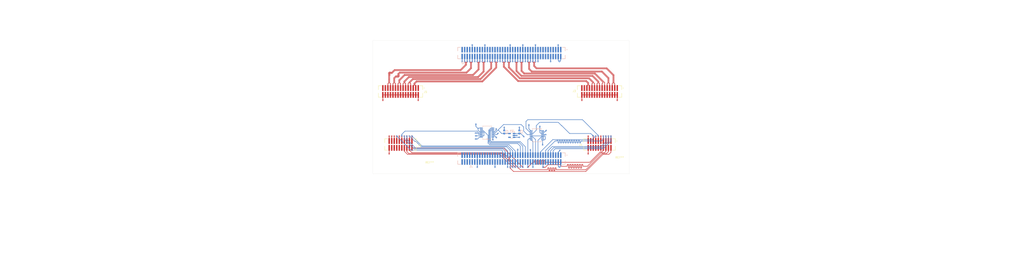
<source format=kicad_pcb>
(kicad_pcb (version 20240108) (generator "pcbnew") (generator_version "8.0")
  (layers (0 "F.Cu" signal) (1 "In1.Cu" power) (2 "In2.Cu" power) (31 "B.Cu" signal) (34 "B.Paste" user) (35 "F.Paste" user) (36 "B.SilkS" user "B.Silkscreen") (37 "F.SilkS" user "F.Silkscreen") (38 "B.Mask" user) (39 "F.Mask" user) (44 "Edge.Cuts" user))
  (net 0 "")
  (net 1 "+3V3")
  (net 2 "GND")
  (net 3 "+1V8")
  (net 6 "/trigger0_0")
  (net 10 "/vdd33_toggle_0")
  (net 12 "/vddpix_toggle_0")
  (net 13 "/mosi")
  (net 14 "/resetn_1")
  (net 18 "/resetn_0")
  (net 20 "/vdd33_toggle_1")
  (net 22 "/noip_clk_0")
  (net 25 "/trigger0_1")
  (net 29 "/ss_0")
  (net 34 "/vdd18_toggle_1")
  (net 47 "/vddpix_toggle_1")
  (net 53 "/noip_clk_1")
  (net 54 "/miso")
  (net 56 "/ss_1")
  (net 58 "/vdd18_toggle_0")
  (net 59 "/sck")
  (net 62 "/sw_~{E}_1")
  (net 63 "/sw_~{E}_0")
  (net 105 "/vddpix_0")
  (net 106 "/vdd33_0")
  (net 107 "/vdd18_0")
  (net 108 "/vdd33_1")
  (net 109 "/vddpix_1")
  (net 110 "/vdd18_1")
  (net 114 "/clkout0_P")
  (net 115 "/sync0_P")
  (net 116 "/clkout0_N")
  (net 117 "/sync0_N")
  (net 118 "/dout0_0_N")
  (net 119 "/dout3_1_P")
  (net 120 "/clkout1_N")
  (net 121 "/dout1_0_P")
  (net 122 "/dout3_1_N")
  (net 123 "/dout2_0_N")
  (net 124 "/dout0_0_P")
  (net 125 "/dout1_1_N")
  (net 126 "/sync1_N")
  (net 127 "/clkout1_P")
  (net 128 "/dout2_0_P")
  (net 129 "/dout2_1_N")
  (net 130 "/dout3_0_N")
  (net 131 "/dout3_0_P")
  (net 132 "/dout0_1_P")
  (net 133 "/dout2_1_P")
  (net 134 "/sync1_P")
  (net 135 "/dout0_1_N")
  (net 136 "/dout1_0_N")
  (net 137 "/dout1_1_P")
  (net 140 "/monitor0_0")
  (net 141 "/monitor1_0")
  (net 142 "/monitor1_1")
  (net 143 "/monitor0_1")
  (footprint "SAMTEC_TFML11002LDLC:SAMTEC_TFML-110-02-L-D-LC-TR" (layer "F.Cu") (at 40.895 95.11 180)
    (property "Reference" "J6")
    (property "Value" "Conn_02x10_Odd_Even")
  )
  (footprint "MountingHole:MountingHole_3.5mm" (layer "F.Cu") (at 145.14 47.21)
    (property "Reference" "REF**" (hide yes))
    (property "Value" "MountingHole_3.5mm")
  )
  (footprint "MountingHole:MountingHole_3.5mm" (layer "F.Cu") (at 49.14 104.21)
    (property "Reference" "REF**")
    (property "Value" "MountingHole_3.5mm")
  )
  (footprint "MountingHole:MountingHole_3.5mm" (layer "F.Cu") (at 49.14 47.21)
    (property "Reference" "REF**" (hide yes))
    (property "Value" "MountingHole_3.5mm")
  )
  (footprint "SAMTEC_TFML11002LDLC:SAMTEC_TFML-110-02-L-D-LC-TR" (layer "F.Cu") (at 140.895 95.11 180)
    (property "Reference" "J4")
    (property "Value" "Conn_02x10_Odd_Even")
  )
  (footprint "SAMTEC_TFML11502LDLC:SAMTEC_TFML-115-02-L-D-LC" (layer "F.Cu") (at 140.895 68.5 180)
    (property "Reference" "J3")
    (property "Value" "Conn_02x15_Odd_Even")
  )
  (footprint "MountingHole:MountingHole_3.5mm" (layer "F.Cu") (at 145.14 104.21)
    (property "Reference" "REF**")
    (property "Value" "MountingHole_3.5mm")
  )
  (footprint "SAMTEC_TFML11502LDLC:SAMTEC_TFML-115-02-L-D-LC" (layer "F.Cu") (at 40.895 68.5 180)
    (property "Reference" "J5")
    (property "Value" "Conn_02x15_Odd_Even")
  )
  (footprint "NX3L4053PW_118:SOP65P640X110-16N" (layer "B.Cu") (at 109.4 90.5106 180)
    (property "Reference" "U2" (hide yes))
    (property "Value" "NX3L4053")
  )
  (footprint "Package_TO_SOT_SMD:SOT-23-5" (layer "B.Cu") (at 96.789 90.5875 180)
    (property "Reference" "U4")
    (property "Value" "MIC5504-1.8YM5" (hide yes))
  )
  (footprint "TFM-140-12-L-D-A:SAMTEC_TFM-140-12-L-D-A" (layer "B.Cu") (at 97.14 102.21)
    (property "Reference" "J1")
    (property "Value" "CN1 / J11")
  )
  (footprint "Capacitor_SMD:C_0603_1608Metric" (layer "B.Cu") (at 93 88.85 90)
    (property "Reference" "C2")
    (property "Value" "1uF")
  )
  (footprint "NX3L4053PW_118:SOP65P640X110-16N" (layer "B.Cu") (at 84.4 89.175)
    (property "Reference" "U3" (hide yes))
    (property "Value" "NX3L4053")
  )
  (footprint "TFM-140-12-L-D-A:SAMTEC_TFM-140-12-L-D-A" (layer "B.Cu") (at 97.14 49.21)
    (property "Reference" "J2")
    (property "Value" "CN2 / J12")
  )
  (footprint "Capacitor_SMD:C_0603_1608Metric" (layer "B.Cu") (at 100.578 88.85 90)
    (property "Reference" "C1")
    (property "Value" "1uF" (hide yes))
  )
  (gr_rect (start 27 42.875) (end 155.79 109.875) (stroke (width 0.05)) (fill none) (layer "Edge.Cuts"))
  (via (at 100.65 91.5375) (size 0.6858) (drill 0.3302) (layers "F.Cu" "B.Cu") (remove_unused_layers yes) (zone_layer_connections "In2.Cu" "B.Cu") (net 1))
  (via (at 87.2702 92.825) (size 0.6858) (drill 0.3302) (layers "F.Cu" "B.Cu") (remove_unused_layers yes) (zone_layer_connections "In2.Cu" "B.Cu") (net 1))
  (via (at 102.86 91.215) (size 0.6858) (drill 0.3302) (layers "F.Cu" "B.Cu") (remove_unused_layers yes) (zone_layer_connections "In2.Cu" "B.Cu") (net 1))
  (via (at 78.5 89.375) (size 0.6858) (drill 0.3302) (layers "F.Cu" "B.Cu") (remove_unused_layers yes) (zone_layer_connections "In2.Cu" "B.Cu") (net 1))
  (via (at 110.875 86) (size 0.6858) (drill 0.3302) (layers "F.Cu" "B.Cu") (remove_unused_layers yes) (zone_layer_connections "In2.Cu" "B.Cu") (net 1))
  (via (at 105.375 85.2) (size 0.6858) (drill 0.3302) (layers "F.Cu" "B.Cu") (remove_unused_layers yes) (zone_layer_connections "In2.Cu" "B.Cu") (net 1))
  (via (at 78.55 92.375) (size 0.6858) (drill 0.3302) (layers "F.Cu" "B.Cu") (remove_unused_layers yes) (zone_layer_connections "In2.Cu" "B.Cu") (net 1))
  (via (at 121 98.075) (size 0.6858) (drill 0.3302) (layers "F.Cu" "B.Cu") (remove_unused_layers yes) (zone_layer_connections "In2.Cu" "B.Cu") (net 1))
  (via (at 120.105 45.05) (size 0.6858) (drill 0.3302) (layers "F.Cu" "B.Cu") (remove_unused_layers yes) (zone_layer_connections "In2.Cu" "B.Cu") (net 1))
  (segment (start 87.35 92.825) (end 87.2702 92.7452) (width 0.254) (layer "B.Cu") (net 1))
  (segment (start 105.375 85.2) (end 105.375 87.3) (width 0.254) (layer "B.Cu") (net 1))
  (segment (start 100.5655 89.6375) (end 100.578 89.625) (width 0.254) (layer "B.Cu") (net 1))
  (segment (start 110.875 86) (end 110.875 87.975) (width 0.254) (layer "B.Cu") (net 1))
  (segment (start 111.3004 88.2246) (end 112.2702 88.2246) (width 0.254) (layer "B.Cu") (net 1))
  (segment (start 81.5298 91.461) (end 80.514 91.461) (width 0.254) (layer "B.Cu") (net 1))
  (segment (start 97.9265 91.5375) (end 100.65 91.5375) (width 0.254) (layer "B.Cu") (net 1))
  (segment (start 79.5454 89.375) (end 80.3106 90.1402) (width 0.254) (layer "B.Cu") (net 1))
  (segment (start 101.27 89.625) (end 100.578 89.625) (width 0.254) (layer "B.Cu") (net 1))
  (segment (start 80.514 91.461) (end 79.6 92.375) (width 0.254) (layer "B.Cu") (net 1))
  (segment (start 78.5 89.375) (end 79.5454 89.375) (width 0.254) (layer "B.Cu") (net 1))
  (segment (start 111.125 88.225) (end 111.3 88.225) (width 0.254) (layer "B.Cu") (net 1))
  (segment (start 110.875 87.975) (end 111.125 88.225) (width 0.254) (layer "B.Cu") (net 1))
  (segment (start 121 98.075) (end 120.105 98.97) (width 0.254) (layer "B.Cu") (net 1))
  (segment (start 110.875 87.975) (end 110.875 89.05) (width 0.254) (layer "B.Cu") (net 1))
  (segment (start 87.2702 91.461) (end 87.2702 92.825) (width 0.254) (layer "B.Cu") (net 1))
  (segment (start 102.86 91.215) (end 101.27 89.625) (width 0.254) (layer "B.Cu") (net 1))
  (segment (start 120.105 45.05) (end 120.105 47.495) (width 0.254) (layer "B.Cu") (net 1))
  (segment (start 100.578 91.4655) (end 100.65 91.5375) (width 0.254) (layer "B.Cu") (net 1))
  (segment (start 80.3106 90.1402) (end 81.5298 90.1402) (width 0.254) (layer "B.Cu") (net 1))
  (segment (start 79.6 92.375) (end 78.55 92.375) (width 0.254) (layer "B.Cu") (net 1))
  (segment (start 111.3 88.225) (end 111.3004 88.2246) (width 0.254) (layer "B.Cu") (net 1))
  (segment (start 110.875 89.05) (end 111.3704 89.5454) (width 0.254) (layer "B.Cu") (net 1))
  (segment (start 106.5298 88.2246) (end 106.2996 88.2246) (width 0.254) (layer "B.Cu") (net 1))
  (segment (start 111.3704 89.5454) (end 112.2702 89.5454) (width 0.254) (layer "B.Cu") (net 1))
  (segment (start 97.9265 89.6375) (end 100.5655 89.6375) (width 0.254) (layer "B.Cu") (net 1))
  (segment (start 120.105 98.97) (end 120.105 100.495) (width 0.254) (layer "B.Cu") (net 1))
  (segment (start 106.2996 88.2246) (end 105.375 87.3) (width 0.254) (layer "B.Cu") (net 1))
  (segment (start 33.275 70.215) (end 32.005 70.215) (width 0.254) (layer "F.Cu") (net 2))
  (segment (start 37.72 90.894) (end 37.74 90.874) (width 0.254) (layer "F.Cu") (net 2))
  (segment (start 132.005 73) (end 132.005 70.215) (width 0.254) (layer "F.Cu") (net 2))
  (segment (start 49.785 70.215) (end 49.785 73) (width 0.254) (layer "F.Cu") (net 2))
  (segment (start 135.18 93.395) (end 135.18 90.895) (width 0.254) (layer "F.Cu") (net 2))
  (segment (start 132.005 70.215) (end 149.785 70.215) (width 0.254) (layer "F.Cu") (net 2))
  (segment (start 33.275 70.215) (end 49.785 70.215) (width 0.254) (layer "F.Cu") (net 2))
  (segment (start 35.18 96.825) (end 35.18 99.874) (width 0.254) (layer "F.Cu") (net 2))
  (segment (start 37.72 93.395) (end 37.72 90.894) (width 0.254) (layer "F.Cu") (net 2))
  (segment (start 135.18 90.895) (end 135.2 90.875) (width 0.254) (layer "F.Cu") (net 2))
  (segment (start 32.005 70.215) (end 32.005 73) (width 0.254) (layer "F.Cu") (net 2))
  (segment (start 35.18 93.395) (end 35.18 90.894) (width 0.254) (layer "F.Cu") (net 2))
  (segment (start 149.785 70.215) (end 149.785 73) (width 0.254) (layer "F.Cu") (net 2))
  (segment (start 35.18 90.894) (end 35.2 90.874) (width 0.254) (layer "F.Cu") (net 2))
  (segment (start 135.18 96.825) (end 135.18 99.875) (width 0.254) (layer "F.Cu") (net 2))
  (via (at 79.45 106.6) (size 0.6858) (drill 0.3302) (layers "F.Cu" "B.Cu") (remove_unused_layers yes) (zone_layer_connections "In1.Cu" "B.Cu") (net 2))
  (via (at 49.785 73) (size 0.6858) (drill 0.3302) (layers "F.Cu" "B.Cu") (remove_unused_layers yes) (zone_layer_connections "F.Cu" "In1.Cu") (net 2))
  (via (at 88.355 106.6) (size 0.6858) (drill 0.3302) (layers "F.Cu" "B.Cu") (remove_unused_layers yes) (zone_layer_connections "In1.Cu" "B.Cu") (net 2))
  (via (at 35.2 90.874) (size 0.6858) (drill 0.3302) (layers "F.Cu" "B.Cu") (remove_unused_layers yes) (zone_layer_connections "F.Cu" "In1.Cu") (net 2))
  (via (at 78.195 53.5) (size 0.6858) (drill 0.3302) (layers "F.Cu" "B.Cu") (remove_unused_layers yes) (zone_layer_connections "In1.Cu" "B.Cu") (net 2))
  (via (at 103.595 53.5) (size 0.6858) (drill 0.3302) (layers "F.Cu" "B.Cu") (remove_unused_layers yes) (zone_layer_connections "In1.Cu" "B.Cu") (net 2))
  (via (at 109.945 53.5) (size 0.6858) (drill 0.3302) (layers "F.Cu" "B.Cu") (remove_unused_layers yes) (zone_layer_connections "In1.Cu" "B.Cu") (net 2))
  (via (at 94.705 106.6) (size 0.6858) (drill 0.3302) (layers "F.Cu" "B.Cu") (remove_unused_layers yes) (zone_layer_connections "In1.Cu" "B.Cu") (net 2))
  (via (at 71.845 53.5) (size 0.6858) (drill 0.3302) (layers "F.Cu" "B.Cu") (remove_unused_layers yes) (zone_layer_connections "In1.Cu" "B.Cu") (net 2))
  (via (at 101.055 106.6) (size 0.6858) (drill 0.3302) (layers "F.Cu" "B.Cu") (remove_unused_layers yes) (zone_layer_connections "In1.Cu" "In2.Cu" "B.Cu") (net 2))
  (via (at 35.18 99.874) (size 0.6858) (drill 0.3302) (layers "F.Cu" "B.Cu") (remove_unused_layers yes) (zone_layer_connections "F.Cu" "In1.Cu") (net 2))
  (via (at 37.74 90.874) (size 0.6858) (drill 0.3302) (layers "F.Cu" "B.Cu") (remove_unused_layers yes) (zone_layer_connections "F.Cu" "In1.Cu") (net 2))
  (via (at 100.6 86.5) (size 0.6858) (drill 0.3302) (layers "F.Cu" "B.Cu") (remove_unused_layers yes) (zone_layer_connections "In1.Cu" "B.Cu") (net 2))
  (via (at 114.1 88.075) (size 0.6858) (drill 0.3302) (layers "F.Cu" "B.Cu") (remove_unused_layers yes) (zone_layer_connections "In1.Cu" "B.Cu") (net 2))
  (via (at 116.295 53.5) (size 0.6858) (drill 0.3302) (layers "F.Cu" "B.Cu") (remove_unused_layers yes) (zone_layer_connections "In1.Cu" "B.Cu") (net 2))
  (via (at 88.95 87.275) (size 0.6858) (drill 0.3302) (layers "F.Cu" "B.Cu") (remove_unused_layers yes) (zone_layer_connections "In1.Cu" "B.Cu") (net 2))
  (via (at 32.005 73) (size 0.6858) (drill 0.3302) (layers "F.Cu" "B.Cu") (remove_unused_layers yes) (zone_layer_connections "F.Cu" "In1.Cu") (net 2))
  (via (at 108.675 45.05) (size 0.6858) (drill 0.3302) (layers "F.Cu" "B.Cu") (remove_unused_layers yes) (zone_layer_connections "In1.Cu" "B.Cu") (net 2))
  (via (at 84.545 53.5) (size 0.6858) (drill 0.3302) (layers "F.Cu" "B.Cu") (remove_unused_layers yes) (zone_layer_connections "In1.Cu" "B.Cu") (net 2))
  (via (at 106.135 97.75) (size 0.6858) (drill 0.3302) (layers "F.Cu" "B.Cu") (remove_unused_layers yes) (zone_layer_connections "In1.Cu" "B.Cu") (net 2))
  (via (at 99.4 90.6) (size 0.6858) (drill 0.3302) (layers "F.Cu" "B.Cu") (remove_unused_layers yes) (zone_layer_connections "In1.Cu" "B.Cu") (net 2))
  (via (at 120.74 106.6) (size 0.6858) (drill 0.3302) (layers "F.Cu" "B.Cu") (remove_unused_layers yes) (zone_layer_connections "In1.Cu" "B.Cu") (net 2))
  (via (at 95.975 45.05) (size 0.6858) (drill 0.3302) (layers "F.Cu" "B.Cu") (remove_unused_layers yes) (zone_layer_connections "In1.Cu" "B.Cu") (net 2))
  (via (at 149.785 73) (size 0.6858) (drill 0.3302) (layers "F.Cu" "B.Cu") (remove_unused_layers yes) (zone_layer_connections "F.Cu" "In1.Cu") (net 2))
  (via (at 83.275 45.05) (size 0.6858) (drill 0.3302) (layers "F.Cu" "B.Cu") (remove_unused_layers yes) (zone_layer_connections "In1.Cu" "B.Cu") (net 2))
  (via (at 97.245 53.5) (size 0.6858) (drill 0.3302) (layers "F.Cu" "B.Cu") (remove_unused_layers yes) (zone_layer_connections "In1.Cu" "B.Cu") (net 2))
  (via (at 132.005 73) (size 0.6858) (drill 0.3302) (layers "F.Cu" "B.Cu") (remove_unused_layers yes) (zone_layer_connections "F.Cu" "In1.Cu") (net 2))
  (via (at 90.895 53.5) (size 0.6858) (drill 0.3302) (layers "F.Cu" "B.Cu") (remove_unused_layers yes) (zone_layer_connections "In1.Cu" "B.Cu") (net 2))
  (via (at 78.75 84.875) (size 0.6858) (drill 0.3302) (layers "F.Cu" "B.Cu") (remove_unused_layers yes) (zone_layer_connections "In1.Cu" "B.Cu") (net 2))
  (via (at 93 86.5) (size 0.6858) (drill 0.3302) (layers "F.Cu" "B.Cu") (remove_unused_layers yes) (zone_layer_connections "In1.Cu" "B.Cu") (net 2))
  (via (at 78.6 90.8006) (size 0.6858) (drill 0.3302) (layers "F.Cu" "B.Cu") (remove_unused_layers yes) (zone_layer_connections "In1.Cu" "B.Cu") (net 2))
  (via (at 107.405 106.6) (size 0.6858) (drill 0.3302) (layers "F.Cu" "B.Cu") (remove_unused_layers yes) (zone_layer_connections "In1.Cu" "B.Cu") (net 2))
  (via (at 99.775 97.6) (size 0.6858) (drill 0.3302) (layers "F.Cu" "B.Cu") (remove_unused_layers yes) (zone_layer_connections "In1.Cu" "In2.Cu" "B.Cu") (net 2))
  (via (at 112.275 95.375) (size 0.6858) (drill 0.3302) (layers "F.Cu" "B.Cu") (remove_unused_layers yes) (zone_layer_connections "In1.Cu" "B.Cu") (net 2))
  (via (at 102.325 45.05) (size 0.6858) (drill 0.3302) (layers "F.Cu" "B.Cu") (remove_unused_layers yes) (zone_layer_connections "In1.Cu" "B.Cu") (net 2))
  (via (at 120.74 53.5) (size 0.6858) (drill 0.3302) (layers "F.Cu" "B.Cu") (remove_unused_layers yes) (zone_layer_connections "In1.Cu" "B.Cu") (net 2))
  (via (at 135.18 99.875) (size 0.6858) (drill 0.3302) (layers "F.Cu" "B.Cu") (remove_unused_layers yes) (zone_layer_connections "F.Cu" "In1.Cu") (net 2))
  (via (at 76.925 45.05) (size 0.6858) (drill 0.3302) (layers "F.Cu" "B.Cu") (remove_unused_layers yes) (zone_layer_connections "In1.Cu" "B.Cu") (net 2))
  (via (at 135.2 90.875) (size 0.6858) (drill 0.3302) (layers "F.Cu" "B.Cu") (remove_unused_layers yes) (zone_layer_connections "F.Cu" "In1.Cu") (net 2))
  (segment (start 113.2608 92.7966) (end 112.2702 92.7966) (width 0.254) (layer "B.Cu") (net 2))
  (segment (start 93 86.5) (end 93 88.075) (width 0.254) (layer "B.Cu") (net 2))
  (segment (start 113.29 88.885) (end 112.2702 88.885) (width 0.254) (layer "B.Cu") (net 2))
  (segment (start 84.545 50.925) (end 84.545 53.5) (width 0.254) (layer "B.Cu") (net 2))
  (segment (start 78.75 86.075) (end 78.75 84.825) (width 0.254) (layer "B.Cu") (net 2))
  (segment (start 99.785 97.61) (end 99.785 100.495) (width 0.254) (layer "B.Cu") (net 2))
  (segment (start 112.2702 92.7966) (end 112.2702 95.3702) (width 0.254) (layer "B.Cu") (net 2))
  (segment (start 113.65 92.4074) (end 113.2608 92.7966) (width 0.254) (layer "B.Cu") (net 2))
  (segment (start 101.055 103.925) (end 101.055 106.6) (width 0.254) (layer "B.Cu") (net 2))
  (segment (start 120.105 103.925) (end 120.105 105.965) (width 0.254) (layer "B.Cu") (net 2))
  (segment (start 120.105 105.965) (end 120.74 106.6) (width 0.254) (layer "B.Cu") (net 2))
  (segment (start 79.45 100.48) (end 79.465 100.495) (width 0.254) (layer "B.Cu") (net 2))
  (segment (start 121.375 105.965) (end 120.74 106.6) (width 0.254) (layer "B.Cu") (net 2))
  (segment (start 99.775 97.6) (end 99.785 97.61) (width 0.254) (layer "B.Cu") (net 2))
  (segment (start 100.6 86.5) (end 100.6 86.6) (width 0.254) (layer "B.Cu") (net 2))
  (segment (start 88.0576 88.8448) (end 87.2702 88.8448) (width 0.254) (layer "B.Cu") (net 2))
  (segment (start 81.5298 88.8448) (end 80.6698 88.8448) (width 0.254) (layer "B.Cu") (net 2))
  (segment (start 94.705 103.925) (end 94.705 106.6) (width 0.254) (layer "B.Cu") (net 2))
  (segment (start 71.845 50.925) (end 71.845 53.5) (width 0.254) (layer "B.Cu") (net 2))
  (segment (start 76.925 45.05) (end 76.925 47.495) (width 0.254) (layer "B.Cu") (net 2))
  (segment (start 112.2702 95.3702) (end 112.275 95.375) (width 0.254) (layer "B.Cu") (net 2))
  (segment (start 80.136 86.889) (end 81.5298 86.889) (width 0.254) (layer "B.Cu") (net 2))
  (segment (start 120.105 52.865) (end 120.74 53.5) (width 0.254) (layer "B.Cu") (net 2))
  (segment (start 79.465 106.585) (end 79.45 106.6) (width 0.254) (layer "B.Cu") (net 2))
  (segment (start 100.6 86.6) (end 100.578 86.622) (width 0.254) (layer "B.Cu") (net 2))
  (segment (start 114.1 88.075) (end 113.29 88.885) (width 0.254) (layer "B.Cu") (net 2))
  (segment (start 78.195 50.925) (end 78.195 53.5) (width 0.254) (layer "B.Cu") (net 2))
  (segment (start 113.2608 90.8408) (end 113.65 91.23) (width 0.254) (layer "B.Cu") (net 2))
  (segment (start 79.85 87.175) (end 78.75 86.075) (width 0.254) (layer "B.Cu") (net 2))
  (segment (start 79.465 103.925) (end 79.465 106.585) (width 0.254) (layer "B.Cu") (net 2))
  (segment (start 121.375 50.925) (end 121.375 52.865) (width 0.254) (layer "B.Cu") (net 2))
  (segment (start 79.85 87.175) (end 80.136 86.889) (width 0.254) (layer "B.Cu") (net 2))
  (segment (start 82.8 90.675) (end 82.6744 90.8006) (width 0.254) (layer "B.Cu") (net 2))
  (segment (start 108.675 45.05) (end 108.675 47.495) (width 0.254) (layer "B.Cu") (net 2))
  (segment (start 113.65 91.23) (end 113.65 92.4074) (width 0.254) (layer "B.Cu") (net 2))
  (segment (start 97.245 50.925) (end 97.245 53.5) (width 0.254) (layer "B.Cu") (net 2))
  (segment (start 106.135 97.75) (end 106.135 100.495) (width 0.254) (layer "B.Cu") (net 2))
  (segment (start 88.95 87.9524) (end 88.0576 88.8448) (width 0.254) (layer "B.Cu") (net 2))
  (segment (start 116.295 50.925) (end 116.295 53.5) (width 0.254) (layer "B.Cu") (net 2))
  (segment (start 88.355 103.925) (end 88.355 106.6) (width 0.254) (layer "B.Cu") (net 2))
  (segment (start 78.6 90.8006) (end 81.5298 90.8006) (width 0.254) (layer "B.Cu") (net 2))
  (segment (start 103.595 50.925) (end 103.595 53.5) (width 0.254) (layer "B.Cu") (net 2))
  (segment (start 102.325 45.05) (end 102.325 47.495) (width 0.254) (layer "B.Cu") (net 2))
  (segment (start 99.3875 90.5875) (end 99.4 90.6) (width 0.254) (layer "B.Cu") (net 2))
  (segment (start 79.85 88.025) (end 79.85 87.175) (width 0.254) (layer "B.Cu") (net 2))
  (segment (start 97.9265 90.5875) (end 99.3875 90.5875) (width 0.254) (layer "B.Cu") (net 2))
  (segment (start 120.105 50.925) (end 120.105 52.865) (width 0.254) (layer "B.Cu") (net 2))
  (segment (start 107.405 103.925) (end 107.405 106.6) (width 0.254) (layer "B.Cu") (net 2))
  (segment (start 112.2702 90.8408) (end 106.5298 90.8408) (width 0.254) (layer "B.Cu") (net 2))
  (segment (start 82.8 89.1244) (end 82.8 90.675) (width 0.254) (layer "B.Cu") (net 2))
  (segment (start 82.5204 88.8448) (end 82.8 89.1244) (width 0.254) (layer "B.Cu") (net 2))
  (segment (start 112.2702 90.8408) (end 113.2608 90.8408) (width 0.254) (layer "B.Cu") (net 2))
  (segment (start 121.375 52.865) (end 120.74 53.5) (width 0.254) (layer "B.Cu") (net 2))
  (segment (start 100.578 86.622) (end 100.578 88.075) (width 0.254) (layer "B.Cu") (net 2))
  (segment (start 81.5298 88.8448) (end 82.5204 88.8448) (width 0.254) (layer "B.Cu") (net 2))
  (segment (start 79.465 100.495) (end 79.465 103.925) (width 0.254) (layer "B.Cu") (net 2))
  (segment (start 82.6744 90.8006) (end 81.5298 90.8006) (width 0.254) (layer "B.Cu") (net 2))
  (segment (start 90.895 53.5) (end 90.895 50.925) (width 0.254) (layer "B.Cu") (net 2))
  (segment (start 88.95 87.275) (end 88.95 87.9524) (width 0.254) (layer "B.Cu") (net 2))
  (segment (start 80.6698 88.8448) (end 79.85 88.025) (width 0.254) (layer "B.Cu") (net 2))
  (segment (start 83.275 45.05) (end 83.275 47.495) (width 0.254) (layer "B.Cu") (net 2))
  (segment (start 95.975 45.05) (end 95.975 47.495) (width 0.254) (layer "B.Cu") (net 2))
  (segment (start 121.375 103.925) (end 121.375 105.965) (width 0.254) (layer "B.Cu") (net 2))
  (segment (start 109.945 50.925) (end 109.945 53.5) (width 0.254) (layer "B.Cu") (net 2))
  (segment (start 101.5 85.125) (end 102.75 86.375) (width 0.254) (layer "B.Cu") (net 3))
  (segment (start 102.75 88.375) (end 104.5554 90.1804) (width 0.254) (layer "B.Cu") (net 3))
  (segment (start 93 89.625) (end 91.7 89.625) (width 0.254) (layer "B.Cu") (net 3))
  (segment (start 95.6515 89.6375) (end 95.6515 89.6485) (width 0.254) (layer "B.Cu") (net 3))
  (segment (start 102.75 86.375) (end 102.75 88.375) (width 0.254) (layer "B.Cu") (net 3))
  (segment (start 89.9205 87.8455) (end 91.25 86.516) (width 0.254) (layer "B.Cu") (net 3))
  (segment (start 95.6515 89.6485) (end 95.6 89.7) (width 0.254) (layer "B.Cu") (net 3))
  (segment (start 87.2702 89.5052) (end 88.2608 89.5052) (width 0.254) (layer "B.Cu") (net 3))
  (segment (start 91.7 89.625) (end 89.9205 87.8455) (width 0.254) (layer "B.Cu") (net 3))
  (segment (start 91.259 86.516) (end 92.65 85.125) (width 0.254) (layer "B.Cu") (net 3))
  (segment (start 95.639 89.625) (end 95.6515 89.6375) (width 0.254) (layer "B.Cu") (net 3))
  (segment (start 88.2608 89.5052) (end 89.9205 87.8455) (width 0.254) (layer "B.Cu") (net 3))
  (segment (start 91.25 86.516) (end 91.259 86.516) (width 0.254) (layer "B.Cu") (net 3))
  (segment (start 92.975 89.65) (end 93 89.625) (width 0.254) (layer "B.Cu") (net 3))
  (segment (start 93 89.625) (end 95.639 89.625) (width 0.254) (layer "B.Cu") (net 3))
  (segment (start 104.5554 90.1804) (end 106.5298 90.1804) (width 0.254) (layer "B.Cu") (net 3))
  (segment (start 92.65 85.125) (end 101.5 85.125) (width 0.254) (layer "B.Cu") (net 3))
  (segment (start 142.8 90.875) (end 142.8 93.395) (width 0.254) (layer "F.Cu") (net 6))
  (via (at 142.8 90.875) (size 0.6858) (drill 0.3302) (layers "F.Cu" "B.Cu") (remove_unused_layers yes) (zone_layer_connections "F.Cu" "B.Cu") (net 6))
  (segment (start 131.0575 94.348226) (end 131.1775 94.348226) (width 0.254) (layer "B.Cu") (net 6))
  (segment (start 120.6175 93.375) (end 120.6175 93.242059) (width 0.254) (layer "B.Cu") (net 6))
  (segment (start 123.8575 94.348226) (end 123.9775 94.348226) (width 0.254) (layer "B.Cu") (net 6))
  (segment (start 120.6175 94.108226) (end 120.6175 93.375) (width 0.254) (layer "B.Cu") (net 6))
  (segment (start 127.2175 93.242059) (end 127.2175 93.375) (width 0.254) (layer "B.Cu") (net 6))
  (segment (start 131.4175 94.108226) (end 131.4175 93.615) (width 0.254) (layer "B.Cu") (net 6))
  (segment (start 127.8175 94.108226) (end 127.8175 93.375) (width 0.254) (layer "B.Cu") (net 6))
  (segment (start 123.0175 94.108226) (end 123.0175 93.375) (width 0.254) (layer "B.Cu") (net 6))
  (segment (start 125.4175 94.108226) (end 125.4175 93.375) (width 0.254) (layer "B.Cu") (net 6))
  (segment (start 126.0175 93.375) (end 126.0175 94.108226) (width 0.254) (layer "B.Cu") (net 6))
  (segment (start 132.275 93.375) (end 141.8 93.375) (width 0.254) (layer "B.Cu") (net 6))
  (segment (start 120.2575 94.348226) (end 120.3775 94.348226) (width 0.254) (layer "B.Cu") (net 6))
  (segment (start 125.4175 93.375) (end 125.4175 93.242059) (width 0.254) (layer "B.Cu") (net 6))
  (segment (start 120.75044 93.109119) (end 121.08456 93.109119) (width 0.254) (layer "B.Cu") (net 6))
  (segment (start 121.8175 94.108226) (end 121.8175 93.375) (width 0.254) (layer "B.Cu") (net 6))
  (segment (start 127.2175 93.375) (end 127.2175 94.108226) (width 0.254) (layer "B.Cu") (net 6))
  (segment (start 126.0175 93.242059) (end 126.0175 93.375) (width 0.254) (layer "B.Cu") (net 6))
  (segment (start 125.55044 93.109119) (end 125.88456 93.109119) (width 0.254) (layer "B.Cu") (net 6))
  (segment (start 129.15044 93.109119) (end 129.48456 93.109119) (width 0.254) (layer "B.Cu") (net 6))
  (segment (start 120.0175 93.244744) (end 120.0175 93.375) (width 0.254) (layer "B.Cu") (net 6))
  (segment (start 130.2175 94.108226) (end 130.2175 93.375) (width 0.254) (layer "B.Cu") (net 6))
  (segment (start 124.2175 94.108226) (end 124.2175 93.375) (width 0.254) (layer "B.Cu") (net 6))
  (segment (start 119.528012 93.114488) (end 119.887244 93.114488) (width 0.254) (layer "B.Cu") (net 6))
  (segment (start 113.755 100.495) (end 113.755 98.18) (width 0.254) (layer "B.Cu") (net 6))
  (segment (start 127.8175 93.375) (end 127.8175 93.242059) (width 0.254) (layer "B.Cu") (net 6))
  (segment (start 120.0175 93.375) (end 120.0175 94.108226) (width 0.254) (layer "B.Cu") (net 6))
  (segment (start 129.6175 93.242059) (end 129.6175 93.375) (width 0.254) (layer "B.Cu") (net 6))
  (segment (start 121.8175 93.375) (end 121.8175 93.242059) (width 0.254) (layer "B.Cu") (net 6))
  (segment (start 126.6175 93.375) (end 126.6175 93.242059) (width 0.254) (layer "B.Cu") (net 6))
  (segment (start 126.2575 94.348226) (end 126.3775 94.348226) (width 0.254) (layer "B.Cu") (net 6))
  (segment (start 130.8175 93.615) (end 130.8175 94.108226) (width 0.254) (layer "B.Cu") (net 6))
  (segment (start 127.95044 93.109119) (end 128.28456 93.109119) (width 0.254) (layer "B.Cu") (net 6))
  (segment (start 131.7775 93.375) (end 132.275 93.375) (width 0.254) (layer "B.Cu") (net 6))
  (segment (start 118.56 93.375) (end 119.2675 93.375) (width 0.254) (layer "B.Cu") (net 6))
  (segment (start 141.8 93.375) (end 142.8 92.375) (width 0.254) (layer "B.Cu") (net 6))
  (segment (start 124.35044 93.109119) (end 124.68456 93.109119) (width 0.254) (layer "B.Cu") (net 6))
  (segment (start 130.2175 93.375) (end 130.2175 93.242059) (width 0.254) (layer "B.Cu") (net 6))
  (segment (start 123.0175 93.375) (end 123.0175 93.242059) (width 0.254) (layer "B.Cu") (net 6))
  (segment (start 129.0175 94.108226) (end 129.0175 93.375) (width 0.254) (layer "B.Cu") (net 6))
  (segment (start 121.2175 93.242059) (end 121.2175 93.375) (width 0.254) (layer "B.Cu") (net 6))
  (segment (start 123.15044 93.109119) (end 123.48456 93.109119) (width 0.254) (layer "B.Cu") (net 6))
  (segment (start 122.4175 93.375) (end 122.4175 94.108226) (width 0.254) (layer "B.Cu") (net 6))
  (segment (start 122.6575 94.348226) (end 122.7775 94.348226) (width 0.254) (layer "B.Cu") (net 6))
  (segment (start 125.0575 94.348226) (end 125.1775 94.348226) (width 0.254) (layer "B.Cu") (net 6))
  (segment (start 128.4175 93.375) (end 128.4175 94.108226) (width 0.254) (layer "B.Cu") (net 6))
  (segment (start 123.6175 93.242059) (end 123.6175 93.375) (width 0.254) (layer "B.Cu") (net 6))
  (segment (start 127.4575 94.348226) (end 127.5775 94.348226) (width 0.254) (layer "B.Cu") (net 6))
  (segment (start 130.8175 93.375) (end 130.8175 93.615) (width 0.254) (layer "B.Cu") (net 6))
  (segment (start 123.6175 93.375) (end 123.6175 94.108226) (width 0.254) (layer "B.Cu") (net 6))
  (segment (start 128.6575 94.348226) (end 128.7775 94.348226) (width 0.254) (layer "B.Cu") (net 6))
  (segment (start 124.8175 93.375) (end 124.8175 94.108226) (width 0.254) (layer "B.Cu") (net 6))
  (segment (start 122.4175 93.242059) (end 122.4175 93.375) (width 0.254) (layer "B.Cu") (net 6))
  (segment (start 121.95044 93.109119) (end 122.28456 93.109119) (width 0.254) (layer "B.Cu") (net 6))
  (segment (start 124.8175 93.242059) (end 124.8175 93.375) (width 0.254) (layer "B.Cu") (net 6))
  (segment (start 126.6175 94.108226) (end 126.6175 93.375) (width 0.254) (layer "B.Cu") (net 6))
  (segment (start 113.755 98.18) (end 118.56 93.375) (width 0.254) (layer "B.Cu") (net 6))
  (segment (start 129.0175 93.375) (end 129.0175 93.242059) (width 0.254) (layer "B.Cu") (net 6))
  (segment (start 129.6175 93.375) (end 129.6175 94.108226) (width 0.254) (layer "B.Cu") (net 6))
  (segment (start 130.8175 93.242059) (end 130.8175 93.375) (width 0.254) (layer "B.Cu") (net 6))
  (segment (start 129.8575 94.348226) (end 129.9775 94.348226) (width 0.254) (layer "B.Cu") (net 6))
  (segment (start 124.2175 93.375) (end 124.2175 93.242059) (width 0.254) (layer "B.Cu") (net 6))
  (segment (start 121.4575 94.348226) (end 121.5775 94.348226) (width 0.254) (layer "B.Cu") (net 6))
  (segment (start 131.6575 93.375) (end 131.7775 93.375) (width 0.254) (layer "B.Cu") (net 6))
  (segment (start 121.2175 93.375) (end 121.2175 94.108226) (width 0.254) (layer "B.Cu") (net 6))
  (segment (start 128.4175 93.242059) (end 128.4175 93.375) (width 0.254) (layer "B.Cu") (net 6))
  (segment (start 130.35044 93.109119) (end 130.68456 93.109119) (width 0.254) (layer "B.Cu") (net 6))
  (segment (start 126.75044 93.109119) (end 127.08456 93.109119) (width 0.254) (layer "B.Cu") (net 6))
  (segment (start 142.8 92.375) (end 142.8 90.875) (width 0.254) (layer "B.Cu") (net 6))
  (arc (start 125.88456 93.109119) (mid 125.978563 93.148056) (end 126.0175 93.242059) (width 0.254) (layer "B.Cu") (net 6))
  (arc (start 122.7775 94.348226) (mid 122.947206 94.277932) (end 123.0175 94.108226) (width 0.254) (layer "B.Cu") (net 6))
  (arc (start 121.8175 93.242059) (mid 121.856437 93.148056) (end 121.95044 93.109119) (width 0.254) (layer "B.Cu") (net 6))
  (arc (start 129.6175 94.108226) (mid 129.687794 94.277932) (end 129.8575 94.348226) (width 0.254) (layer "B.Cu") (net 6))
  (arc (start 131.4175 93.615) (mid 131.487794 93.445294) (end 131.6575 93.375) (width 0.254) (layer "B.Cu") (net 6))
  (arc (start 130.8175 94.108226) (mid 130.887794 94.277932) (end 131.0575 94.348226) (width 0.254) (layer "B.Cu") (net 6))
  (arc (start 119.2675 93.375) (mid 119.359605 93.336849) (end 119.397756 93.244744) (width 0.254) (layer "B.Cu") (net 6))
  (arc (start 128.4175 94.108226) (mid 128.487794 94.277932) (end 128.6575 94.348226) (width 0.254) (layer "B.Cu") (net 6))
  (arc (start 127.08456 93.109119) (mid 127.178563 93.148056) (end 127.2175 93.242059) (width 0.254) (layer "B.Cu") (net 6))
  (arc (start 120.6175 93.242059) (mid 120.656437 93.148056) (end 120.75044 93.109119) (width 0.254) (layer "B.Cu") (net 6))
  (arc (start 127.5775 94.348226) (mid 127.747206 94.277932) (end 127.8175 94.108226) (width 0.254) (layer "B.Cu") (net 6))
  (arc (start 125.1775 94.348226) (mid 125.347206 94.277932) (end 125.4175 94.108226) (width 0.254) (layer "B.Cu") (net 6))
  (arc (start 120.3775 94.348226) (mid 120.547206 94.277932) (end 120.6175 94.108226) (width 0.254) (layer "B.Cu") (net 6))
  (arc (start 126.6175 93.242059) (mid 126.656437 93.148056) (end 126.75044 93.109119) (width 0.254) (layer "B.Cu") (net 6))
  (arc (start 130.2175 93.242059) (mid 130.256437 93.148056) (end 130.35044 93.109119) (width 0.254) (layer "B.Cu") (net 6))
  (arc (start 131.1775 94.348226) (mid 131.347206 94.277932) (end 131.4175 94.108226) (width 0.254) (layer "B.Cu") (net 6))
  (arc (start 124.8175 94.108226) (mid 124.887794 94.277932) (end 125.0575 94.348226) (width 0.254) (layer "B.Cu") (net 6))
  (arc (start 123.9775 94.348226) (mid 124.147206 94.277932) (end 124.2175 94.108226) (width 0.254) (layer "B.Cu") (net 6))
  (arc (start 126.0175 94.108226) (mid 126.087794 94.277932) (end 126.2575 94.348226) (width 0.254) (layer "B.Cu") (net 6))
  (arc (start 126.3775 94.348226) (mid 126.547206 94.277932) (end 126.6175 94.108226) (width 0.254) (layer "B.Cu") (net 6))
  (arc (start 119.397756 93.244744) (mid 119.435907 93.152639) (end 119.528012 93.114488) (width 0.254) (layer "B.Cu") (net 6))
  (arc (start 122.4175 94.108226) (mid 122.487794 94.277932) (end 122.6575 94.348226) (width 0.254) (layer "B.Cu") (net 6))
  (arc (start 130.68456 93.109119) (mid 130.778563 93.148056) (end 130.8175 93.242059) (width 0.254) (layer "B.Cu") (net 6))
  (arc (start 122.28456 93.109119) (mid 122.378563 93.148056) (end 122.4175 93.242059) (width 0.254) (layer "B.Cu") (net 6))
  (arc (start 125.4175 93.242059) (mid 125.456437 93.148056) (end 125.55044 93.109119) (width 0.254) (layer "B.Cu") (net 6))
  (arc (start 119.887244 93.114488) (mid 119.979349 93.152639) (end 120.0175 93.244744) (width 0.254) (layer "B.Cu") (net 6))
  (arc (start 121.08456 93.109119) (mid 121.178563 93.148056) (end 121.2175 93.242059) (width 0.254) (layer "B.Cu") (net 6))
  (arc (start 124.2175 93.242059) (mid 124.256437 93.148056) (end 124.35044 93.109119) (width 0.254) (layer "B.Cu") (net 6))
  (arc (start 128.28456 93.109119) (mid 128.378563 93.148056) (end 128.4175 93.242059) (width 0.254) (layer "B.Cu") (net 6))
  (arc (start 123.6175 94.108226) (mid 123.687794 94.277932) (end 123.8575 94.348226) (width 0.254) (layer "B.Cu") (net 6))
  (arc (start 121.5775 94.348226) (mid 121.747206 94.277932) (end 121.8175 94.108226) (width 0.254) (layer "B.Cu") (net 6))
  (arc (start 129.9775 94.348226) (mid 130.147206 94.277932) (end 130.2175 94.108226) (width 0.254) (layer "B.Cu") (net 6))
  (arc (start 121.2175 94.108226) (mid 121.287794 94.277932) (end 121.4575 94.348226) (width 0.254) (layer "B.Cu") (net 6))
  (arc (start 123.48456 93.109119) (mid 123.578563 93.148056) (end 123.6175 93.242059) (width 0.254) (layer "B.Cu") (net 6))
  (arc (start 129.0175 93.242059) (mid 129.056437 93.148056) (end 129.15044 93.109119) (width 0.254) (layer "B.Cu") (net 6))
  (arc (start 129.48456 93.109119) (mid 129.578563 93.148056) (end 129.6175 93.242059) (width 0.254) (layer "B.Cu") (net 6))
  (arc (start 127.8175 93.242059) (mid 127.856437 93.148056) (end 127.95044 93.109119) (width 0.254) (layer "B.Cu") (net 6))
  (arc (start 120.0175 94.108226) (mid 120.087794 94.277932) (end 120.2575 94.348226) (width 0.254) (layer "B.Cu") (net 6))
  (arc (start 124.68456 93.109119) (mid 124.778563 93.148056) (end 124.8175 93.242059) (width 0.254) (layer "B.Cu") (net 6))
  (arc (start 128.7775 94.348226) (mid 128.947206 94.277932) (end 129.0175 94.108226) (width 0.254) (layer "B.Cu") (net 6))
  (arc (start 127.2175 94.108226) (mid 127.287794 94.277932) (end 127.4575 94.348226) (width 0.254) (layer "B.Cu") (net 6))
  (arc (start 123.0175 93.242059) (mid 123.056437 93.148056) (end 123.15044 93.109119) (width 0.254) (layer "B.Cu") (net 6))
  (segment (start 105.5392 92.1362) (end 104.865 92.8104) (width 0.254) (layer "B.Cu") (net 10))
  (segment (start 104.865 92.8104) (end 104.865 100.495) (width 0.254) (layer "B.Cu") (net 10))
  (segment (start 106.5298 92.1362) (end 105.5392 92.1362) (width 0.254) (layer "B.Cu") (net 10))
  (segment (start 106.5298 92.7966) (end 107.405 93.6718) (width 0.254) (layer "B.Cu") (net 12))
  (segment (start 107.405 93.6718) (end 107.405 100.495) (width 0.254) (layer "B.Cu") (net 12))
  (segment (start 129.49145 106.075) (end 129.49145 105.332714) (width 0.254) (layer "F.Cu") (net 13))
  (segment (start 125.29145 105.332714) (end 125.29145 105.835) (width 0.254) (layer "F.Cu") (net 13))
  (segment (start 133.45 106.075) (end 134.8 106.075) (width 0.254) (layer "F.Cu") (net 13))
  (segment (start 127.69145 106.075) (end 127.69145 106.817286) (width 0.254) (layer "F.Cu") (net 13))
  (segment (start 127.93145 107.057286) (end 128.05145 107.057286) (width 0.254) (layer "F.Cu") (net 13))
  (segment (start 92.472133 100.896544) (end 92.457991 100.910686) (width 0.254) (layer "F.Cu") (net 13))
  (segment (start 44.07 98.745) (end 44.981 99.656) (width 0.254) (layer "F.Cu") (net 13))
  (segment (start 134.8 106.075) (end 141.6 99.275) (width 0.254) (layer "F.Cu") (net 13))
  (segment (start 129.49145 106.817286) (end 129.49145 106.075) (width 0.254) (layer "F.Cu") (net 13))
  (segment (start 125.89145 106.075) (end 125.89145 105.332714) (width 0.254) (layer "F.Cu") (net 13))
  (segment (start 115 105.275) (end 121 105.275) (width 0.254) (layer "F.Cu") (net 13))
  (segment (start 44.07 96.825) (end 44.07 98.745) (width 0.254) (layer "F.Cu") (net 13))
  (segment (start 130.33145 107.057286) (end 130.45145 107.057286) (width 0.254) (layer "F.Cu") (net 13))
  (segment (start 92.457991 101.250098) (end 92.542843 101.33495) (width 0.254) (layer "F.Cu") (net 13))
  (segment (start 131.29145 106.075) (end 131.29145 106.817286) (width 0.254) (layer "F.Cu") (net 13))
  (segment (start 125.89145 106.817286) (end 125.89145 106.075) (width 0.254) (layer "F.Cu") (net 13))
  (segment (start 126.49145 105.332714) (end 126.49145 106.075) (width 0.254) (layer "F.Cu") (net 13))
  (segment (start 125.29145 106.075) (end 125.29145 106.817286) (width 0.254) (layer "F.Cu") (net 13))
  (segment (start 92.882255 101.33495) (end 92.896397 101.320807) (width 0.254) (layer "F.Cu") (net 13))
  (segment (start 127.09145 106.817286) (end 127.09145 106.075) (width 0.254) (layer "F.Cu") (net 13))
  (segment (start 130.93145 105.092691) (end 131.05145 105.092691) (width 0.254) (layer "F.Cu") (net 13))
  (segment (start 124.69145 105.835) (end 124.69145 105.332714) (width 0.254) (layer "F.Cu") (net 13))
  (segment (start 132.73145 106.075) (end 132.85145 106.075) (width 0.254) (layer "F.Cu") (net 13))
  (segment (start 92.740836 100.118729) (end 92.825688 100.203581) (width 0.254) (layer "F.Cu") (net 13))
  (segment (start 128.29145 106.075) (end 128.29145 105.332714) (width 0.254) (layer "F.Cu") (net 13))
  (segment (start 124.93145 105.092714) (end 125.05145 105.092714) (width 0.254) (layer "F.Cu") (net 13))
  (segment (start 130.09145 105.332714) (end 130.09145 106.075) (width 0.254) (layer "F.Cu") (net 13))
  (segment (start 131.89145 106.817286) (end 131.89145 106.075) (width 0.254) (layer "F.Cu") (net 13))
  (segment (start 128.89145 105.332714) (end 128.89145 106.075) (width 0.254) (layer "F.Cu") (net 13))
  (segment (start 121 105.275) (end 121.8 106.075) (width 0.254) (layer "F.Cu") (net 13))
  (segment (start 92.811544 100.557134) (end 92.641839 100.726839) (width 0.254) (layer "F.Cu") (net 13))
  (segment (start 130.09145 106.075) (end 130.09145 106.817286) (width 0.254) (layer "F.Cu") (net 13))
  (segment (start 44.981 99.656) (end 91.571 99.656) (width 0.254) (layer "F.Cu") (net 13))
  (segment (start 93.235808 101.320807) (end 93.320661 101.405661) (width 0.254) (layer "F.Cu") (net 13))
  (segment (start 130.69145 106.075) (end 130.69145 105.332691) (width 0.254) (layer "F.Cu") (net 13))
  (segment (start 131.29145 105.332691) (end 131.29145 106.075) (width 0.254) (layer "F.Cu") (net 13))
  (segment (start 128.89145 106.075) (end 128.89145 106.817286) (width 0.254) (layer "F.Cu") (net 13))
  (segment (start 93.635891 101.720891) (end 98.515 106.6) (width 0.254) (layer "F.Cu") (net 13))
  (segment (start 128.29145 106.817286) (end 128.29145 106.075) (width 0.254) (layer "F.Cu") (net 13))
  (segment (start 127.09145 106.075) (end 127.09145 105.332714) (width 0.254) (layer "F.Cu") (net 13))
  (segment (start 144.07 98.605) (end 144.07 96.825) (width 0.254) (layer "F.Cu") (net 13))
  (segment (start 132.13145 105.092691) (end 132.25145 105.092691) (width 0.254) (layer "F.Cu") (net 13))
  (segment (start 131.89145 105.835) (end 131.89145 105.332691) (width 0.254) (layer "F.Cu") (net 13))
  (segment (start 131.53145 107.057286) (end 131.65145 107.057286) (width 0.254) (layer "F.Cu") (net 13))
  (segment (start 121.8 106.075) (end 124.45145 106.075) (width 0.254) (layer "F.Cu") (net 13))
  (segment (start 127.69145 105.332714) (end 127.69145 106.075) (width 0.254) (layer "F.Cu") (net 13))
  (segment (start 129.13145 107.057286) (end 129.25145 107.057286) (width 0.254) (layer "F.Cu") (net 13))
  (segment (start 93.320661 101.405661) (end 93.635891 101.720891) (width 0.254) (layer "F.Cu") (net 13))
  (segment (start 125.53145 107.057286) (end 125.65145 107.057286) (width 0.254) (layer "F.Cu") (net 13))
  (segment (start 126.49145 106.075) (end 126.49145 106.817286) (width 0.254) (layer "F.Cu") (net 13))
  (segment (start 92.641839 100.726839) (end 92.472133 100.896544) (width 0.254) (layer "F.Cu") (net 13))
  (segment (start 127.33145 105.092714) (end 127.45145 105.092714) (width 0.254) (layer "F.Cu") (net 13))
  (segment (start 126.13145 105.092714) (end 126.25145 105.092714) (width 0.254) (layer "F.Cu") (net 13))
  (segment (start 91.571 99.656) (end 92.047871 100.132871) (width 0.254) (layer "F.Cu") (net 13))
  (segment (start 92.387283 100.132872) (end 92.401424 100.118728) (width 0.254) (layer "F.Cu") (net 13))
  (segment (start 112.48 106.6) (end 113.675 106.6) (width 0.254) (layer "F.Cu") (net 13))
  (segment (start 129.73145 105.092714) (end 129.85145 105.092714) (width 0.254) (layer "F.Cu") (net 13))
  (segment (start 141.6 99.275) (end 143.4 99.275) (width 0.254) (layer "F.Cu") (net 13))
  (segment (start 113.675 106.6) (end 115 105.275) (width 0.254) (layer "F.Cu") (net 13))
  (segment (start 131.89145 106.075) (end 131.89145 105.835) (width 0.254) (layer "F.Cu") (net 13))
  (segment (start 128.53145 105.092714) (end 128.65145 105.092714) (width 0.254) (layer "F.Cu") (net 13))
  (segment (start 132.85145 106.075) (end 133.45 106.075) (width 0.254) (layer "F.Cu") (net 13))
  (segment (start 143.4 99.275) (end 144.07 98.605) (width 0.254) (layer "F.Cu") (net 13))
  (segment (start 126.73145 107.057286) (end 126.85145 107.057286) (width 0.254) (layer "F.Cu") (net 13))
  (segment (start 125.29145 105.835) (end 125.29145 106.075) (width 0.254) (layer "F.Cu") (net 13))
  (segment (start 92.825688 100.542993) (end 92.811544 100.557134) (width 0.254) (layer "F.Cu") (net 13))
  (segment (start 132.49145 105.332691) (end 132.49145 105.835) (width 0.254) (layer "F.Cu") (net 13))
  (segment (start 130.69145 106.817286) (end 130.69145 106.075) (width 0.254) (layer "F.Cu") (net 13))
  (via (at 112.48 106.6) (size 0.6858) (drill 0.3302) (layers "F.Cu" "B.Cu") (remove_unused_layers yes) (zone_layer_connections "F.Cu" "In1.Cu" "B.Cu") (net 13))
  (via (at 98.515 106.6) (size 0.6858) (drill 0.3302) (layers "F.Cu" "B.Cu") (remove_unused_layers yes) (zone_layer_connections "F.Cu" "In1.Cu" "B.Cu") (net 13))
  (arc (start 92.457991 100.910686) (mid 92.387696 101.080392) (end 92.457991 101.250098) (width 0.254) (layer "F.Cu") (net 13))
  (arc (start 129.85145 105.092714) (mid 130.021156 105.163008) (end 130.09145 105.332714) (width 0.254) (layer "F.Cu") (net 13))
  (arc (start 130.09145 106.817286) (mid 130.161744 106.986992) (end 130.33145 107.057286) (width 0.254) (layer "F.Cu") (net 13))
  (arc (start 125.29145 106.817286) (mid 125.361744 106.986992) (end 125.53145 107.057286) (width 0.254) (layer "F.Cu") (net 13))
  (arc (start 92.825688 100.203581) (mid 92.895982 100.373286) (end 92.825688 100.542993) (width 0.254) (layer "F.Cu") (net 13))
  (arc (start 124.69145 105.332714) (mid 124.761744 105.163008) (end 124.93145 105.092714) (width 0.254) (layer "F.Cu") (net 13))
  (arc (start 92.401424 100.118728) (mid 92.57113 100.048435) (end 92.740836 100.118729) (width 0.254) (layer "F.Cu") (net 13))
  (arc (start 125.89145 105.332714) (mid 125.961744 105.163008) (end 126.13145 105.092714) (width 0.254) (layer "F.Cu") (net 13))
  (arc (start 131.65145 107.057286) (mid 131.821156 106.986992) (end 131.89145 106.817286) (width 0.254) (layer "F.Cu") (net 13))
  (arc (start 125.65145 107.057286) (mid 125.821156 106.986992) (end 125.89145 106.817286) (width 0.254) (layer "F.Cu") (net 13))
  (arc (start 132.49145 105.835) (mid 132.561744 106.004706) (end 132.73145 106.075) (width 0.254) (layer "F.Cu") (net 13))
  (arc (start 128.29145 105.332714) (mid 128.361744 105.163008) (end 128.53145 105.092714) (width 0.254) (layer "F.Cu") (net 13))
  (arc (start 131.89145 105.332691) (mid 131.961744 105.162985) (end 132.13145 105.092691) (width 0.254) (layer "F.Cu") (net 13))
  (arc (start 131.05145 105.092691) (mid 131.221156 105.162985) (end 131.29145 105.332691) (width 0.254) (layer "F.Cu") (net 13))
  (arc (start 124.45145 106.075) (mid 124.621156 106.004706) (end 124.69145 105.835) (width 0.254) (layer "F.Cu") (net 13))
  (arc (start 127.45145 105.092714) (mid 127.621156 105.163008) (end 127.69145 105.332714) (width 0.254) (layer "F.Cu") (net 13))
  (arc (start 129.25145 107.057286) (mid 129.421156 106.986992) (end 129.49145 106.817286) (width 0.254) (layer "F.Cu") (net 13))
  (arc (start 128.05145 107.057286) (mid 128.221156 106.986992) (end 128.29145 106.817286) (width 0.254) (layer "F.Cu") (net 13))
  (arc (start 126.49145 106.817286) (mid 126.561744 106.986992) (end 126.73145 107.057286) (width 0.254) (layer "F.Cu") (net 13))
  (arc (start 92.047871 100.132871) (mid 92.217577 100.203165) (end 92.387283 100.132872) (width 0.254) (layer "F.Cu") (net 13))
  (arc (start 92.542843 101.33495) (mid 92.712549 101.405245) (end 92.882255 101.33495) (width 0.254) (layer "F.Cu") (net 13))
  (arc (start 127.69145 106.817286) (mid 127.761744 106.986992) (end 127.93145 107.057286) (width 0.254) (layer "F.Cu") (net 13))
  (arc (start 130.45145 107.057286) (mid 130.621156 106.986992) (end 130.69145 106.817286) (width 0.254) (layer "F.Cu") (net 13))
  (arc (start 128.65145 105.092714) (mid 128.821156 105.163008) (end 128.89145 105.332714) (width 0.254) (layer "F.Cu") (net 13))
  (arc (start 127.09145 105.332714) (mid 127.161744 105.163008) (end 127.33145 105.092714) (width 0.254) (layer "F.Cu") (net 13))
  (arc (start 130.69145 105.332691) (mid 130.761744 105.162985) (end 130.93145 105.092691) (width 0.254) (layer "F.Cu") (net 13))
  (arc (start 131.29145 106.817286) (mid 131.361744 106.986992) (end 131.53145 107.057286) (width 0.254) (layer "F.Cu") (net 13))
  (arc (start 132.25145 105.092691) (mid 132.421156 105.162985) (end 132.49145 105.332691) (width 0.254) (layer "F.Cu") (net 13))
  (arc (start 126.25145 105.092714) (mid 126.421156 105.163008) (end 126.49145 105.332714) (width 0.254) (layer "F.Cu") (net 13))
  (arc (start 128.89145 106.817286) (mid 128.961744 106.986992) (end 129.13145 107.057286) (width 0.254) (layer "F.Cu") (net 13))
  (arc (start 125.05145 105.092714) (mid 125.221156 105.163008) (end 125.29145 105.332714) (width 0.254) (layer "F.Cu") (net 13))
  (arc (start 126.85145 107.057286) (mid 127.021156 106.986992) (end 127.09145 106.817286) (width 0.254) (layer "F.Cu") (net 13))
  (arc (start 92.896397 101.320807) (mid 93.066102 101.250513) (end 93.235808 101.320807) (width 0.254) (layer "F.Cu") (net 13))
  (arc (start 129.49145 105.332714) (mid 129.561744 105.163008) (end 129.73145 105.092714) (width 0.254) (layer "F.Cu") (net 13))
  (segment (start 112.485 103.925) (end 112.485 106.595) (width 0.254) (layer "B.Cu") (net 13))
  (segment (start 112.485 106.595) (end 112.48 106.6) (width 0.254) (layer "B.Cu") (net 13))
  (segment (start 98.515 103.925) (end 98.515 106.6) (width 0.254) (layer "B.Cu") (net 13))
  (segment (start 44.07 90.874) (end 44.07 93.395) (width 0.254) (layer "F.Cu") (net 14))
  (via (at 44.07 90.874) (size 0.6858) (drill 0.3302) (layers "F.Cu" "B.Cu") (remove_unused_layers yes) (zone_layer_connections "F.Cu" "B.Cu") (net 14))
  (segment (start 93.2 96.875) (end 94.705 98.38) (width 0.254) (layer "B.Cu") (net 14))
  (segment (start 48.4 96.875) (end 93.2 96.875) (width 0.254) (layer "B.Cu") (net 14))
  (segment (start 44.07 90.874) (end 44.07 92.545) (width 0.254) (layer "B.Cu") (net 14))
  (segment (start 44.07 92.545) (end 48.4 96.875) (width 0.254) (layer "B.Cu") (net 14))
  (segment (start 94.705 98.38) (end 94.705 100.495) (width 0.254) (layer "B.Cu") (net 14))
  (segment (start 144.07 90.875) (end 144.07 93.395) (width 0.254) (layer "F.Cu") (net 18))
  (via (at 144.07 90.875) (size 0.6858) (drill 0.3302) (layers "F.Cu" "B.Cu") (remove_unused_layers yes) (zone_layer_connections "F.Cu" "B.Cu") (net 18))
  (segment (start 115.025 98.26) (end 115.025 100.495) (width 0.254) (layer "B.Cu") (net 18))
  (segment (start 141.7 96.175) (end 144.07 93.805) (width 0.254) (layer "B.Cu") (net 18))
  (segment (start 116.205 97.08) (end 115.025 98.26) (width 0.254) (layer "B.Cu") (net 18))
  (segment (start 144.07 93.805) (end 144.07 90.875) (width 0.254) (layer "B.Cu") (net 18))
  (segment (start 117.11 96.175) (end 141.7 96.175) (width 0.254) (layer "B.Cu") (net 18))
  (segment (start 116.205 97.08) (end 117.11 96.175) (width 0.254) (layer "B.Cu") (net 18))
  (segment (start 102.325 96) (end 102.325 100.495) (width 0.254) (layer "B.Cu") (net 20))
  (segment (start 87.2702 87.5494) (end 86.2376 87.5494) (width 0.254) (layer "B.Cu") (net 20))
  (segment (start 86.25 94.15) (end 100.475 94.15) (width 0.254) (layer "B.Cu") (net 20))
  (segment (start 85.612 93.512) (end 86.25 94.15) (width 0.254) (layer "B.Cu") (net 20))
  (segment (start 100.475 94.15) (end 102.325 96) (width 0.254) (layer "B.Cu") (net 20))
  (segment (start 85.612 88.175) (end 85.612 93.512) (width 0.254) (layer "B.Cu") (net 20))
  (segment (start 86.2376 87.5494) (end 85.612 88.175) (width 0.254) (layer "B.Cu") (net 20))
  (segment (start 138.99 90.875) (end 138.99 93.395) (width 0.254) (layer "F.Cu") (net 22))
  (via (at 138.99 90.875) (size 0.6858) (drill 0.3302) (layers "F.Cu" "B.Cu") (remove_unused_layers yes) (zone_layer_connections "F.Cu" "B.Cu") (net 22))
  (segment (start 138.99 90.875) (end 137.19 92.675) (width 0.254) (layer "B.Cu") (net 22))
  (segment (start 111.215 98.875) (end 111.215 100.495) (width 0.254) (layer "B.Cu") (net 22))
  (segment (start 137.19 92.675) (end 117.4 92.675) (width 0.254) (layer "B.Cu") (net 22))
  (segment (start 117.4 92.675) (end 111.215 98.86) (width 0.254) (layer "B.Cu") (net 22))
  (segment (start 42.8 90.874) (end 42.8 93.395) (width 0.254) (layer "F.Cu") (net 25))
  (via (at 42.8 90.874) (size 0.6858) (drill 0.3302) (layers "F.Cu" "B.Cu") (remove_unused_layers yes) (zone_layer_connections "F.Cu" "B.Cu") (net 25))
  (segment (start 42.8 92.45) (end 47.675 97.325) (width 0.254) (layer "B.Cu") (net 25))
  (segment (start 47.675 97.325) (end 92.2 97.325) (width 0.254) (layer "B.Cu") (net 25))
  (segment (start 93.435 98.56) (end 93.435 100.495) (width 0.254) (layer "B.Cu") (net 25))
  (segment (start 92.2 97.325) (end 93.435 98.56) (width 0.254) (layer "B.Cu") (net 25))
  (segment (start 42.8 90.874) (end 42.8 92.45) (width 0.254) (layer "B.Cu") (net 25))
  (segment (start 109.39 104.075) (end 109.39 103.315) (width 0.254) (layer "F.Cu") (net 29))
  (segment (start 112.99 104.075) (end 112.99 103.835) (width 0.254) (layer "F.Cu") (net 29))
  (segment (start 113.59 103.315) (end 113.59 103.835) (width 0.254) (layer "F.Cu") (net 29))
  (segment (start 109.03 105.075) (end 109.15 105.075) (width 0.254) (layer "F.Cu") (net 29))
  (segment (start 110.59 104.835) (end 110.59 104.075) (width 0.254) (layer "F.Cu") (net 29))
  (segment (start 108.79 103.315) (end 108.79 103.835) (width 0.254) (layer "F.Cu") (net 29))
  (segment (start 112.39 104.075) (end 112.39 104.835) (width 0.254) (layer "F.Cu") (net 29))
  (segment (start 112.99 104.835) (end 112.99 104.075) (width 0.254) (layer "F.Cu") (net 29))
  (segment (start 111.19 104.075) (end 111.19 104.835) (width 0.254) (layer "F.Cu") (net 29))
  (segment (start 110.59 104.075) (end 110.59 103.315) (width 0.254) (layer "F.Cu") (net 29))
  (segment (start 112.63 105.075) (end 112.75 105.075) (width 0.254) (layer "F.Cu") (net 29))
  (segment (start 104.865 106.6) (end 107.39 104.075) (width 0.254) (layer "F.Cu") (net 29))
  (segment (start 113.23 103.075) (end 113.35 103.075) (width 0.254) (layer "F.Cu") (net 29))
  (segment (start 107.39 104.075) (end 107.95 104.075) (width 0.254) (layer "F.Cu") (net 29))
  (segment (start 108.79 104.075) (end 108.79 104.835) (width 0.254) (layer "F.Cu") (net 29))
  (segment (start 111.79 104.075) (end 111.79 103.315) (width 0.254) (layer "F.Cu") (net 29))
  (segment (start 109.99 104.075) (end 109.99 104.835) (width 0.254) (layer "F.Cu") (net 29))
  (segment (start 113.83 104.075) (end 113.95 104.075) (width 0.254) (layer "F.Cu") (net 29))
  (segment (start 111.43 105.075) (end 111.55 105.075) (width 0.254) (layer "F.Cu") (net 29))
  (segment (start 112.03 103.075) (end 112.15 103.075) (width 0.254) (layer "F.Cu") (net 29))
  (segment (start 141.2 98.875) (end 142.019 98.875) (width 0.254) (layer "F.Cu") (net 29))
  (segment (start 108.43 103.075) (end 108.55 103.075) (width 0.254) (layer "F.Cu") (net 29))
  (segment (start 111.19 103.315) (end 111.19 104.075) (width 0.254) (layer "F.Cu") (net 29))
  (segment (start 136 104.075) (end 141.2 98.875) (width 0.254) (layer "F.Cu") (net 29))
  (segment (start 110.83 103.075) (end 110.95 103.075) (width 0.254) (layer "F.Cu") (net 29))
  (segment (start 113.95 104.075) (end 114.513564 104.075) (width 0.254) (layer "F.Cu") (net 29))
  (segment (start 109.63 103.075) (end 109.75 103.075) (width 0.254) (layer "F.Cu") (net 29))
  (segment (start 112.99 103.835) (end 112.99 103.315) (width 0.254) (layer "F.Cu") (net 29))
  (segment (start 109.99 103.315) (end 109.99 104.075) (width 0.254) (layer "F.Cu") (net 29))
  (segment (start 142.019 98.875) (end 142.8 98.094) (width 0.254) (layer "F.Cu") (net 29))
  (segment (start 114.513564 104.075) (end 136 104.075) (width 0.254) (layer "F.Cu") (net 29))
  (segment (start 111.79 104.835) (end 111.79 104.075) (width 0.254) (layer "F.Cu") (net 29))
  (segment (start 112.39 103.315) (end 112.39 104.075) (width 0.254) (layer "F.Cu") (net 29))
  (segment (start 110.23 105.075) (end 110.35 105.075) (width 0.254) (layer "F.Cu") (net 29))
  (segment (start 108.19 103.835) (end 108.19 103.315) (width 0.254) (layer "F.Cu") (net 29))
  (segment (start 142.8 98.094) (end 142.8 96.825) (width 0.254) (layer "F.Cu") (net 29))
  (segment (start 109.39 104.835) (end 109.39 104.075) (width 0.254) (layer "F.Cu") (net 29))
  (segment (start 108.79 103.835) (end 108.79 104.075) (width 0.254) (layer "F.Cu") (net 29))
  (via (at 104.865 106.6) (size 0.6858) (drill 0.3302) (layers "F.Cu" "B.Cu") (remove_unused_layers yes) (zone_layer_connections "F.Cu" "B.Cu") (net 29))
  (arc (start 111.19 104.835) (mid 111.260294 105.004706) (end 111.43 105.075) (width 0.254) (layer "F.Cu") (net 29))
  (arc (start 111.55 105.075) (mid 111.719706 105.004706) (end 111.79 104.835) (width 0.254) (layer "F.Cu") (net 29))
  (arc (start 108.79 104.835) (mid 108.860294 105.004706) (end 109.03 105.075) (width 0.254) (layer "F.Cu") (net 29))
  (arc (start 109.99 104.835) (mid 110.060294 105.004706) (end 110.23 105.075) (width 0.254) (layer "F.Cu") (net 29))
  (arc (start 110.35 105.075) (mid 110.519706 105.004706) (end 110.59 104.835) (width 0.254) (layer "F.Cu") (net 29))
  (arc (start 108.55 103.075) (mid 108.719706 103.145294) (end 108.79 103.315) (width 0.254) (layer "F.Cu") (net 29))
  (arc (start 110.95 103.075) (mid 111.119706 103.145294) (end 111.19 103.315) (width 0.254) (layer "F.Cu") (net 29))
  (arc (start 112.39 104.835) (mid 112.460294 105.004706) (end 112.63 105.075) (width 0.254) (layer "F.Cu") (net 29))
  (arc (start 112.15 103.075) (mid 112.319706 103.145294) (end 112.39 103.315) (width 0.254) (layer "F.Cu") (net 29))
  (arc (start 108.19 103.315) (mid 108.260294 103.145294) (end 108.43 103.075) (width 0.254) (layer "F.Cu") (net 29))
  (arc (start 109.39 103.315) (mid 109.460294 103.145294) (end 109.63 103.075) (width 0.254) (layer "F.Cu") (net 29))
  (arc (start 111.79 103.315) (mid 111.860294 103.145294) (end 112.03 103.075) (width 0.254) (layer "F.Cu") (net 29))
  (arc (start 113.35 103.075) (mid 113.519706 103.145294) (end 113.59 103.315) (width 0.254) (layer "F.Cu") (net 29))
  (arc (start 107.95 104.075) (mid 108.119706 104.004706) (end 108.19 103.835) (width 0.254) (layer "F.Cu") (net 29))
  (arc (start 113.59 103.835) (mid 113.660294 104.004706) (end 113.83 104.075) (width 0.254) (layer "F.Cu") (net 29))
  (arc (start 110.59 103.315) (mid 110.660294 103.145294) (end 110.83 103.075) (width 0.254) (layer "F.Cu") (net 29))
  (arc (start 109.15 105.075) (mid 109.319706 105.004706) (end 109.39 104.835) (width 0.254) (layer "F.Cu") (net 29))
  (arc (start 109.75 103.075) (mid 109.919706 103.145294) (end 109.99 103.315) (width 0.254) (layer "F.Cu") (net 29))
  (arc (start 112.75 105.075) (mid 112.919706 105.004706) (end 112.99 104.835) (width 0.254) (layer "F.Cu") (net 29))
  (arc (start 112.99 103.315) (mid 113.060294 103.145294) (end 113.23 103.075) (width 0.254) (layer "F.Cu") (net 29))
  (segment (start 104.865 103.925) (end 104.865 106.6) (width 0.254) (layer "B.Cu") (net 29))
  (segment (start 103.595 96.27) (end 103.595 100.495) (width 0.254) (layer "B.Cu") (net 34))
  (segment (start 101 93.675) (end 103.595 96.27) (width 0.254) (layer "B.Cu") (net 34))
  (segment (start 85.993 93.1) (end 86.568 93.675) (width 0.254) (layer "B.Cu") (net 34))
  (segment (start 85.993 88.332816) (end 85.993 93.1) (width 0.254) (layer "B.Cu") (net 34))
  (segment (start 87.2702 88.2098) (end 86.116016 88.2098) (width 0.254) (layer "B.Cu") (net 34))
  (segment (start 86.116016 88.2098) (end 85.993 88.332816) (width 0.254) (layer "B.Cu") (net 34))
  (segment (start 86.568 93.675) (end 101 93.675) (width 0.254) (layer "B.Cu") (net 34))
  (segment (start 86.2796 86.889) (end 85.231 87.9376) (width 0.254) (layer "B.Cu") (net 47))
  (segment (start 99.775 94.675) (end 101.05 95.95) (width 0.254) (layer "B.Cu") (net 47))
  (segment (start 101.055 96.68) (end 101.055 100.495) (width 0.254) (layer "B.Cu") (net 47))
  (segment (start 101.05 95.95) (end 101.05 96.675) (width 0.254) (layer "B.Cu") (net 47))
  (segment (start 85.231 93.931) (end 85.975 94.675) (width 0.254) (layer "B.Cu") (net 47))
  (segment (start 85.231 87.9376) (end 85.231 93.931) (width 0.254) (layer "B.Cu") (net 47))
  (segment (start 87.2702 86.889) (end 86.2796 86.889) (width 0.254) (layer "B.Cu") (net 47))
  (segment (start 85.975 94.675) (end 99.775 94.675) (width 0.254) (layer "B.Cu") (net 47))
  (segment (start 101.05 96.675) (end 101.055 96.68) (width 0.254) (layer "B.Cu") (net 47))
  (segment (start 38.99 90.874) (end 38.99 93.395) (width 0.254) (layer "F.Cu") (net 53))
  (via (at 38.99 90.874) (size 0.6858) (drill 0.3302) (layers "F.Cu" "B.Cu") (remove_unused_layers yes) (zone_layer_connections "F.Cu" "B.Cu") (net 53))
  (segment (start 92.165 98.39) (end 92.165 100.495) (width 0.254) (layer "B.Cu") (net 53))
  (segment (start 91.75 97.975) (end 92.165 98.39) (width 0.254) (layer "B.Cu") (net 53))
  (segment (start 46.091 97.975) (end 91.75 97.975) (width 0.254) (layer "B.Cu") (net 53))
  (segment (start 38.99 90.874) (end 46.091 97.975) (width 0.254) (layer "B.Cu") (net 53))
  (segment (start 115.454411 107.585) (end 115.454411 107.825) (width 0.254) (layer "F.Cu") (net 54))
  (segment (start 116.054411 107.825) (end 116.054411 107.065) (width 0.254) (layer "F.Cu") (net 54))
  (segment (start 96.14764 102.96264) (end 99.785 106.6) (width 0.254) (layer "F.Cu") (net 54))
  (segment (start 118.454411 108.05) (end 118.454411 107.825) (width 0.254) (layer "F.Cu") (net 54))
  (segment (start 101.01 107.825) (end 114.614411 107.825) (width 0.254) (layer "F.Cu") (net 54))
  (segment (start 95.693841 102.876536) (end 95.707983 102.862393) (width 0.254) (layer "F.Cu") (net 54))
  (segment (start 95.269577 102.791684) (end 95.354429 102.876536) (width 0.254) (layer "F.Cu") (net 54))
  (segment (start 95.198869 101.674458) (end 95.566563 101.306761) (width 0.254) (layer "F.Cu") (net 54))
  (segment (start 95.990827 101.731026) (end 95.62313 102.09872) (width 0.254) (layer "F.Cu") (net 54))
  (segment (start 142.2 99.675) (end 144.4 99.675) (width 0.254) (layer "F.Cu") (net 54))
  (segment (start 46.6 99.275) (end 92.46 99.275) (width 0.254) (layer "F.Cu") (net 54))
  (segment (start 120 107.825) (end 134.05 107.825) (width 0.254) (layer "F.Cu") (net 54))
  (segment (start 144.4 99.675) (end 145.34 98.735) (width 0.254) (layer "F.Cu") (net 54))
  (segment (start 117.854411 107.825) (end 117.854411 108.05) (width 0.254) (layer "F.Cu") (net 54))
  (segment (start 118.454411 107.825) (end 118.454411 107.585) (width 0.254) (layer "F.Cu") (net 54))
  (segment (start 119.414411 107.825) (end 120 107.825) (width 0.254) (layer "F.Cu") (net 54))
  (segment (start 115.454411 107.065) (end 115.454411 107.585) (width 0.254) (layer "F.Cu") (net 54))
  (segment (start 115.679411 108.275) (end 115.829411 108.275) (width 0.254) (layer "F.Cu") (net 54))
  (segment (start 119.054411 107.065) (end 119.054411 107.585) (width 0.254) (layer "F.Cu") (net 54))
  (segment (start 95.62313 102.09872) (end 95.453424 102.268426) (width 0.254) (layer "F.Cu") (net 54))
  (segment (start 99.785 106.6) (end 101.01 107.825) (width 0.254) (layer "F.Cu") (net 54))
  (segment (start 117.254411 108.05) (end 117.254411 107.825) (width 0.254) (layer "F.Cu") (net 54))
  (segment (start 95.905975 101.306762) (end 95.990827 101.391614) (width 0.254) (layer "F.Cu") (net 54))
  (segment (start 118.079411 108.275) (end 118.229411 108.275) (width 0.254) (layer "F.Cu") (net 54))
  (segment (start 45.34 98.015) (end 46.6 99.275) (width 0.254) (layer "F.Cu") (net 54))
  (segment (start 92.46 99.275) (end 94.859457 101.674457) (width 0.254) (layer "F.Cu") (net 54))
  (segment (start 95.453425 102.268425) (end 95.283719 102.43813) (width 0.254) (layer "F.Cu") (net 54))
  (segment (start 117.254411 107.825) (end 117.254411 107.065) (width 0.254) (layer "F.Cu") (net 54))
  (segment (start 118.694411 106.825) (end 118.814411 106.825) (width 0.254) (layer "F.Cu") (net 54))
  (segment (start 116.879411 108.275) (end 117.029411 108.275) (width 0.254) (layer "F.Cu") (net 54))
  (segment (start 116.654411 107.825) (end 116.654411 108.05) (width 0.254) (layer "F.Cu") (net 54))
  (segment (start 115.454411 107.825) (end 115.454411 108.05) (width 0.254) (layer "F.Cu") (net 54))
  (segment (start 96.047394 102.862393) (end 96.132247 102.947247) (width 0.254) (layer "F.Cu") (net 54))
  (segment (start 114.854411 107.585) (end 114.854411 107.065) (width 0.254) (layer "F.Cu") (net 54))
  (segment (start 115.094411 106.825) (end 115.214411 106.825) (width 0.254) (layer "F.Cu") (net 54))
  (segment (start 134.05 107.825) (end 142.2 99.675) (width 0.254) (layer "F.Cu") (net 54))
  (segment (start 95.453424 102.268426) (end 95.453425 102.268425) (width 0.254) (layer "F.Cu") (net 54))
  (segment (start 118.454411 107.585) (end 118.454411 107.065) (width 0.254) (layer "F.Cu") (net 54))
  (segment (start 145.34 98.735) (end 145.34 96.825) (width 0.254) (layer "F.Cu") (net 54))
  (segment (start 116.054411 108.05) (end 116.054411 107.825) (width 0.254) (layer "F.Cu") (net 54))
  (segment (start 96.132247 102.947247) (end 96.14764 102.96264) (width 0.254) (layer "F.Cu") (net 54))
  (segment (start 117.494411 106.825) (end 117.614411 106.825) (width 0.254) (layer "F.Cu") (net 54))
  (segment (start 116.654411 107.065) (end 116.654411 107.825) (width 0.254) (layer "F.Cu") (net 54))
  (segment (start 117.854411 107.065) (end 117.854411 107.825) (width 0.254) (layer "F.Cu") (net 54))
  (segment (start 45.34 96.825) (end 45.34 98.015) (width 0.254) (layer "F.Cu") (net 54))
  (segment (start 95.283719 102.43813) (end 95.269577 102.452272) (width 0.254) (layer "F.Cu") (net 54))
  (segment (start 119.294411 107.825) (end 119.414411 107.825) (width 0.254) (layer "F.Cu") (net 54))
  (segment (start 116.294411 106.825) (end 116.414411 106.825) (width 0.254) (layer "F.Cu") (net 54))
  (via (at 99.785 106.6) (size 0.6858) (drill 0.3302) (layers "F.Cu" "B.Cu") (remove_unused_layers yes) (zone_layer_connections "F.Cu" "B.Cu") (net 54))
  (arc (start 114.854411 107.065) (mid 114.924705 106.895294) (end 115.094411 106.825) (width 0.254) (layer "F.Cu") (net 54))
  (arc (start 95.269577 102.452272) (mid 95.199282 102.621978) (end 95.269577 102.791684) (width 0.254) (layer "F.Cu") (net 54))
  (arc (start 118.814411 106.825) (mid 118.984117 106.895294) (end 119.054411 107.065) (width 0.254) (layer "F.Cu") (net 54))
  (arc (start 116.414411 106.825) (mid 116.584117 106.895294) (end 116.654411 107.065) (width 0.254) (layer "F.Cu") (net 54))
  (arc (start 115.829411 108.275) (mid 115.98851 108.209099) (end 116.054411 108.05) (width 0.254) (layer "F.Cu") (net 54))
  (arc (start 116.654411 108.05) (mid 116.720312 108.209099) (end 116.879411 108.275) (width 0.254) (layer "F.Cu") (net 54))
  (arc (start 94.859457 101.674457) (mid 95.029163 101.744751) (end 95.198869 101.674458) (width 0.254) (layer "F.Cu") (net 54))
  (arc (start 118.454411 107.065) (mid 118.524705 106.895294) (end 118.694411 106.825) (width 0.254) (layer "F.Cu") (net 54))
  (arc (start 117.254411 107.065) (mid 117.324705 106.895294) (end 117.494411 106.825) (width 0.254) (layer "F.Cu") (net 54))
  (arc (start 95.990827 101.391614) (mid 96.061121 101.561319) (end 95.990827 101.731026) (width 0.254) (layer "F.Cu") (net 54))
  (arc (start 116.054411 107.065) (mid 116.124705 106.895294) (end 116.294411 106.825) (width 0.254) (layer "F.Cu") (net 54))
  (arc (start 119.054411 107.585) (mid 119.124705 107.754706) (end 119.294411 107.825) (width 0.254) (layer "F.Cu") (net 54))
  (arc (start 117.854411 108.05) (mid 117.920312 108.209099) (end 118.079411 108.275) (width 0.254) (layer "F.Cu") (net 54))
  (arc (start 114.614411 107.825) (mid 114.784117 107.754706) (end 114.854411 107.585) (width 0.254) (layer "F.Cu") (net 54))
  (arc (start 95.707983 102.862393) (mid 95.877688 102.792099) (end 96.047394 102.862393) (width 0.254) (layer "F.Cu") (net 54))
  (arc (start 115.454411 108.05) (mid 115.520312 108.209099) (end 115.679411 108.275) (width 0.254) (layer "F.Cu") (net 54))
  (arc (start 117.029411 108.275) (mid 117.18851 108.209099) (end 117.254411 108.05) (width 0.254) (layer "F.Cu") (net 54))
  (arc (start 117.614411 106.825) (mid 117.784117 106.895294) (end 117.854411 107.065) (width 0.254) (layer "F.Cu") (net 54))
  (arc (start 95.354429 102.876536) (mid 95.524135 102.946831) (end 95.693841 102.876536) (width 0.254) (layer "F.Cu") (net 54))
  (arc (start 95.566563 101.306761) (mid 95.736269 101.236468) (end 95.905975 101.306762) (width 0.254) (layer "F.Cu") (net 54))
  (arc (start 118.229411 108.275) (mid 118.38851 108.209099) (end 118.454411 108.05) (width 0.254) (layer "F.Cu") (net 54))
  (arc (start 115.214411 106.825) (mid 115.384117 106.895294) (end 115.454411 107.065) (width 0.254) (layer "F.Cu") (net 54))
  (segment (start 99.785 103.925) (end 99.785 106.6) (width 0.254) (layer "B.Cu") (net 54))
  (segment (start 42.8 96.825) (end 42.8 98.539) (width 0.254) (layer "F.Cu") (net 56))
  (segment (start 42.8 98.539) (end 44.336 100.075) (width 0.254) (layer "F.Cu") (net 56))
  (segment (start 44.336 100.075) (end 90.72 100.075) (width 0.254) (layer "F.Cu") (net 56))
  (segment (start 90.72 100.075) (end 97.245 106.6) (width 0.254) (layer "F.Cu") (net 56))
  (via (at 97.245 106.6) (size 0.6858) (drill 0.3302) (layers "F.Cu" "B.Cu") (remove_unused_layers yes) (zone_layer_connections "F.Cu" "B.Cu") (net 56))
  (segment (start 97.245 103.925) (end 97.245 106.6) (width 0.254) (layer "B.Cu") (net 56))
  (segment (start 108.675 92.6304) (end 108.675 100.495) (width 0.254) (layer "B.Cu") (net 58))
  (segment (start 106.5298 91.4758) (end 107.5204 91.4758) (width 0.254) (layer "B.Cu") (net 58))
  (segment (start 107.5204 91.4758) (end 108.675 92.6304) (width 0.254) (layer "B.Cu") (net 58))
  (segment (start 145.6 100.075) (end 146.61 99.065) (width 0.254) (layer "F.Cu") (net 59))
  (segment (start 102.325 106.6) (end 92.55 96.825) (width 0.254) (layer "F.Cu") (net 59))
  (segment (start 95.97 107.02) (end 97.65 108.7) (width 0.254) (layer "F.Cu") (net 59))
  (segment (start 146.61 99.065) (end 146.61 96.825) (width 0.254) (layer "F.Cu") (net 59))
  (segment (start 97.65 108.7) (end 133.975 108.7) (width 0.254) (layer "F.Cu") (net 59))
  (segment (start 92.55 96.825) (end 46.61 96.825) (width 0.254) (layer "F.Cu") (net 59))
  (segment (start 142.6 100.075) (end 145.6 100.075) (width 0.254) (layer "F.Cu") (net 59))
  (segment (start 133.975 108.7) (end 142.6 100.075) (width 0.254) (layer "F.Cu") (net 59))
  (segment (start 95.97 106.6) (end 95.97 107.02) (width 0.254) (layer "F.Cu") (net 59))
  (via (at 95.97 106.6) (size 0.6858) (drill 0.3302) (layers "F.Cu" "B.Cu") (remove_unused_layers yes) (zone_layer_connections "F.Cu" "In1.Cu" "B.Cu") (net 59))
  (via (at 102.325 106.6) (size 0.6858) (drill 0.3302) (layers "F.Cu" "B.Cu") (remove_unused_layers yes) (zone_layer_connections "F.Cu" "In1.Cu" "B.Cu") (net 59))
  (segment (start 95.975 106.595) (end 95.97 106.6) (width 0.254) (layer "B.Cu") (net 59))
  (segment (start 95.975 103.925) (end 95.975 106.595) (width 0.254) (layer "B.Cu") (net 59))
  (segment (start 102.325 103.925) (end 102.325 106.6) (width 0.254) (layer "B.Cu") (net 59))
  (segment (start 98.515 98.39) (end 98.515 100.495) (width 0.254) (layer "B.Cu") (net 62))
  (segment (start 84.85 90.5394) (end 84.85 94.425) (width 0.254) (layer "B.Cu") (net 62))
  (segment (start 82.5204 88.2098) (end 84.85 90.5394) (width 0.254) (layer "B.Cu") (net 62))
  (segment (start 84.85 94.425) (end 85.675 95.25) (width 0.254) (layer "B.Cu") (net 62))
  (segment (start 85.675 95.25) (end 95.375 95.25) (width 0.254) (layer "B.Cu") (net 62))
  (segment (start 95.375 95.25) (end 98.515 98.39) (width 0.254) (layer "B.Cu") (net 62))
  (segment (start 81.5298 88.2098) (end 82.5204 88.2098) (width 0.254) (layer "B.Cu") (net 62))
  (segment (start 109.945 99.55) (end 109.95 99.545) (width 0.254) (layer "B.Cu") (net 63))
  (segment (start 109.945 100.495) (end 109.945 99.55) (width 0.254) (layer "B.Cu") (net 63))
  (segment (start 112.2702 91.4758) (end 111.5082 91.4758) (width 0.254) (layer "B.Cu") (net 63))
  (segment (start 109.945 93.039) (end 109.945 100.495) (width 0.254) (layer "B.Cu") (net 63))
  (segment (start 111.5082 91.4758) (end 109.945 93.039) (width 0.254) (layer "B.Cu") (net 63))
  (segment (start 141.53 90.875) (end 141.53 93.395) (width 0.254) (layer "F.Cu") (net 105))
  (via (at 113.9 90.1804) (size 0.6858) (drill 0.3302) (layers "F.Cu" "B.Cu") (remove_unused_layers yes) (zone_layer_connections "In1.Cu" "B.Cu") (net 105))
  (via (at 141.53 90.875) (size 0.6858) (drill 0.3302) (layers "F.Cu" "B.Cu") (remove_unused_layers yes) (zone_layer_connections "F.Cu" "In1.Cu") (net 105))
  (segment (start 112.2702 90.1804) (end 113.9 90.1804) (width 0.254) (layer "B.Cu") (net 105))
  (segment (start 140.26 90.875) (end 140.26 93.395) (width 0.254) (layer "F.Cu") (net 106))
  (via (at 140.26 90.875) (size 0.6858) (drill 0.3302) (layers "F.Cu" "B.Cu") (remove_unused_layers yes) (zone_layer_connections "F.Cu" "B.Cu") (net 106))
  (segment (start 103.926 87.0432) (end 103.926 83.549) (width 0.254) (layer "B.Cu") (net 106))
  (segment (start 140.26 90.635) (end 140.26 90.875) (width 0.254) (layer "B.Cu") (net 106))
  (segment (start 106.5298 88.885) (end 105.7678 88.885) (width 0.254) (layer "B.Cu") (net 106))
  (segment (start 105.7678 88.885) (end 103.926 87.0432) (width 0.254) (layer "B.Cu") (net 106))
  (segment (start 103.926 83.549) (end 104.8 82.675) (width 0.254) (layer "B.Cu") (net 106))
  (segment (start 132.3 82.675) (end 140.26 90.635) (width 0.254) (layer "B.Cu") (net 106))
  (segment (start 104.8 82.675) (end 132.3 82.675) (width 0.254) (layer "B.Cu") (net 106))
  (segment (start 137.72 90.875) (end 137.72 93.395) (width 0.254) (layer "F.Cu") (net 107))
  (via (at 137.72 90.875) (size 0.6858) (drill 0.3302) (layers "F.Cu" "B.Cu") (remove_unused_layers yes) (zone_layer_connections "F.Cu" "B.Cu") (net 107))
  (segment (start 120.1 83.975) (end 121.8 85.675) (width 0.254) (layer "B.Cu") (net 107))
  (segment (start 125.85 89.625) (end 136.47 89.625) (width 0.254) (layer "B.Cu") (net 107))
  (segment (start 110.8 83.975) (end 120.1 83.975) (width 0.254) (layer "B.Cu") (net 107))
  (segment (start 121.9 85.675) (end 125.85 89.625) (width 0.254) (layer "B.Cu") (net 107))
  (segment (start 106.5298 89.5454) (end 107.5204 89.5454) (width 0.254) (layer "B.Cu") (net 107))
  (segment (start 121.8 85.675) (end 121.9 85.675) (width 0.254) (layer "B.Cu") (net 107))
  (segment (start 136.47 89.625) (end 137.72 90.875) (width 0.254) (layer "B.Cu") (net 107))
  (segment (start 106.5298 89.5454) (end 105.889385 89.5454) (width 0.254) (layer "B.Cu") (net 107))
  (segment (start 109.1 85.675) (end 110.8 83.975) (width 0.254) (layer "B.Cu") (net 107))
  (segment (start 107.5204 89.5454) (end 109.1 87.9658) (width 0.254) (layer "B.Cu") (net 107))
  (segment (start 109.1 87.9658) (end 109.1 85.675) (width 0.254) (layer "B.Cu") (net 107))
  (segment (start 40.26 90.874) (end 40.26 93.395) (width 0.254) (layer "F.Cu") (net 108))
  (via (at 40.26 90.874) (size 0.6858) (drill 0.3302) (layers "F.Cu" "B.Cu") (remove_unused_layers yes) (zone_layer_connections "F.Cu" "In1.Cu") (net 108))
  (via (at 89.075 91.7) (size 0.6858) (drill 0.3302) (layers "F.Cu" "B.Cu") (remove_unused_layers yes) (zone_layer_connections "In1.Cu" "B.Cu") (net 108))
  (segment (start 88.2256 90.8006) (end 89.05 91.625) (width 0.254) (layer "B.Cu") (net 108))
  (segment (start 87.2702 90.8006) (end 88.2256 90.8006) (width 0.254) (layer "B.Cu") (net 108))
  (segment (start 41.53 90.874) (end 41.53 93.395) (width 0.254) (layer "F.Cu") (net 109))
  (via (at 41.53 90.874) (size 0.6858) (drill 0.3302) (layers "F.Cu" "B.Cu") (remove_unused_layers yes) (zone_layer_connections "F.Cu" "B.Cu") (net 109))
  (segment (start 80.3802 89.5052) (end 81.5298 89.5052) (width 0.254) (layer "B.Cu") (net 109))
  (segment (start 41.53 90.874) (end 41.53 90.02) (width 0.254) (layer "B.Cu") (net 109))
  (segment (start 41.53 90.02) (end 43.125 88.425) (width 0.254) (layer "B.Cu") (net 109))
  (segment (start 79.3 88.425) (end 80.3802 89.5052) (width 0.254) (layer "B.Cu") (net 109))
  (segment (start 43.125 88.425) (end 79.3 88.425) (width 0.254) (layer "B.Cu") (net 109))
  (segment (start 36.45 93.395) (end 36.45 90.874) (width 0.254) (layer "F.Cu") (net 110))
  (via (at 36.45 90.874) (size 0.6858) (drill 0.3302) (layers "F.Cu" "B.Cu") (remove_unused_layers yes) (zone_layer_connections "F.Cu" "In1.Cu") (net 110))
  (via (at 89.9 89.525) (size 0.6858) (drill 0.3302) (layers "F.Cu" "B.Cu") (remove_unused_layers yes) (zone_layer_connections "In1.Cu" "B.Cu") (net 110))
  (segment (start 89.9 89.525) (end 89.2848 90.1402) (width 0.254) (layer "B.Cu") (net 110))
  (segment (start 89.2848 90.1402) (end 87.2702 90.1402) (width 0.254) (layer "B.Cu") (net 110))
  (segment (start 107.785 53.9) (end 107.785 55.806484) (width 0.29) (layer "F.Cu") (net 114))
  (segment (start 147.635 64.204999) (end 147.245 64.594999) (width 0.29) (layer "F.Cu") (net 114))
  (segment (start 147.245 64.594999) (end 147.245 66.785) (width 0.29) (layer "F.Cu") (net 114))
  (segment (start 144.352036 57.12) (end 147.635 60.402964) (width 0.29) (layer "F.Cu") (net 114))
  (segment (start 109.098516 57.12) (end 144.352036 57.12) (width 0.29) (layer "F.Cu") (net 114))
  (segment (start 107.385 53.5) (end 107.785 53.9) (width 0.29) (layer "F.Cu") (net 114))
  (segment (start 147.635 60.402964) (end 147.635 64.204999) (width 0.29) (layer "F.Cu") (net 114))
  (segment (start 107.785 55.806484) (end 109.098516 57.12) (width 0.29) (layer "F.Cu") (net 114))
  (via (at 107.385 53.5) (size 0.6858) (drill 0.3302) (layers "F.Cu" "B.Cu") (remove_unused_layers yes) (zone_layer_connections "F.Cu" "B.Cu") (net 114))
  (segment (start 107.405 53.48) (end 107.385 53.5) (width 0.29) (layer "B.Cu") (net 114))
  (segment (start 107.405 50.925) (end 107.405 53.48) (width 0.29) (layer "B.Cu") (net 114))
  (segment (start 92.165 53.5) (end 92.56 53.895) (width 0.29) (layer "F.Cu") (net 115))
  (segment (start 134.935 65.305) (end 134.545 65.695) (width 0.29) (layer "F.Cu") (net 115))
  (segment (start 99.898516 63.52) (end 134.098516 63.52) (width 0.29) (layer "F.Cu") (net 115))
  (segment (start 134.545 65.695) (end 134.545 66.785) (width 0.29) (layer "F.Cu") (net 115))
  (segment (start 134.935 64.356484) (end 134.935 65.305) (width 0.29) (layer "F.Cu") (net 115))
  (segment (start 92.56 56.181484) (end 99.898516 63.52) (width 0.29) (layer "F.Cu") (net 115))
  (segment (start 92.56 53.895) (end 92.56 56.181484) (width 0.29) (layer "F.Cu") (net 115))
  (segment (start 134.098516 63.52) (end 134.935 64.356484) (width 0.29) (layer "F.Cu") (net 115))
  (via (at 92.165 53.5) (size 0.6858) (drill 0.3302) (layers "F.Cu" "B.Cu") (remove_unused_layers yes) (zone_layer_connections "F.Cu" "B.Cu") (net 115))
  (segment (start 92.165 50.925) (end 92.165 53.5) (width 0.29) (layer "B.Cu") (net 115))
  (segment (start 148.515 64.594999) (end 148.515 66.785) (width 0.29) (layer "F.Cu") (net 116))
  (segment (start 144.555 56.63) (end 148.125 60.2) (width 0.29) (layer "F.Cu") (net 116))
  (segment (start 108.675 53.5) (end 108.275 53.9) (width 0.29) (layer "F.Cu") (net 116))
  (segment (start 108.275 53.9) (end 108.275 55.603516) (width 0.29) (layer "F.Cu") (net 116))
  (segment (start 109.301484 56.63) (end 144.555 56.63) (width 0.29) (layer "F.Cu") (net 116))
  (segment (start 148.125 60.2) (end 148.125 64.204999) (width 0.29) (layer "F.Cu") (net 116))
  (segment (start 108.275 55.603516) (end 109.301484 56.63) (width 0.29) (layer "F.Cu") (net 116))
  (segment (start 148.125 64.204999) (end 148.515 64.594999) (width 0.29) (layer "F.Cu") (net 116))
  (via (at 108.675 53.5) (size 0.6858) (drill 0.3302) (layers "F.Cu" "B.Cu") (remove_unused_layers yes) (zone_layer_connections "F.Cu" "B.Cu") (net 116))
  (segment (start 108.675 50.925) (end 108.675 53.5) (width 0.29) (layer "B.Cu") (net 116))
  (segment (start 93.05 53.895) (end 93.05 55.978516) (width 0.29) (layer "F.Cu") (net 117))
  (segment (start 135.425 65.305) (end 135.815 65.695) (width 0.29) (layer "F.Cu") (net 117))
  (segment (start 135.425 64.153516) (end 135.425 65.305) (width 0.29) (layer "F.Cu") (net 117))
  (segment (start 93.05 55.978516) (end 100.101484 63.03) (width 0.29) (layer "F.Cu") (net 117))
  (segment (start 93.445 53.5) (end 93.05 53.895) (width 0.29) (layer "F.Cu") (net 117))
  (segment (start 135.815 65.695) (end 135.815 66.785) (width 0.29) (layer "F.Cu") (net 117))
  (segment (start 100.101484 63.03) (end 134.301484 63.03) (width 0.29) (layer "F.Cu") (net 117))
  (segment (start 134.301484 63.03) (end 135.425 64.153516) (width 0.29) (layer "F.Cu") (net 117))
  (via (at 93.445 53.5) (size 0.6858) (drill 0.3302) (layers "F.Cu" "B.Cu") (remove_unused_layers yes) (zone_layer_connections "F.Cu" "B.Cu") (net 117))
  (segment (start 93.435 53.49) (end 93.445 53.5) (width 0.29) (layer "B.Cu") (net 117))
  (segment (start 93.435 50.925) (end 93.435 53.49) (width 0.29) (layer "B.Cu") (net 117))
  (segment (start 145.975 64.594999) (end 145.975 66.785) (width 0.29) (layer "F.Cu") (net 118))
  (segment (start 142.155 58.23) (end 145.585 61.66) (width 0.29) (layer "F.Cu") (net 118))
  (segment (start 105.745 57.073516) (end 106.901484 58.23) (width 0.29) (layer "F.Cu") (net 118))
  (segment (start 105.745 53.89) (end 105.745 57.073516) (width 0.29) (layer "F.Cu") (net 118))
  (segment (start 106.135 53.5) (end 105.745 53.89) (width 0.29) (layer "F.Cu") (net 118))
  (segment (start 145.585 61.66) (end 145.585 64.204999) (width 0.29) (layer "F.Cu") (net 118))
  (segment (start 145.585 64.204999) (end 145.975 64.594999) (width 0.29) (layer "F.Cu") (net 118))
  (segment (start 106.901484 58.23) (end 142.155 58.23) (width 0.29) (layer "F.Cu") (net 118))
  (via (at 106.135 53.5) (size 0.6858) (drill 0.3302) (layers "F.Cu" "B.Cu") (remove_unused_layers yes) (zone_layer_connections "F.Cu" "B.Cu") (net 118))
  (segment (start 106.135 50.925) (end 106.135 53.5) (width 0.29) (layer "B.Cu") (net 118))
  (segment (start 76.045 56.683516) (end 73.948516 58.78) (width 0.29) (layer "F.Cu") (net 119))
  (segment (start 39.668867 60.42182) (end 39.712402 60.465355) (width 0.29) (layer "F.Cu") (net 119))
  (segment (start 37.085 64.594999) (end 37.085 66.785) (width 0.29) (layer "F.Cu") (net 119))
  (segment (start 38.396077 60.782445) (end 38.254653 60.923864) (width 0.29) (layer "F.Cu") (net 119))
  (segment (start 73.948516 58.78) (end 40.398516 58.78) (width 0.29) (layer "F.Cu") (net 119))
  (segment (start 37.475 62.744244) (end 37.475 64.204999) (width 0.29) (layer "F.Cu") (net 119))
  (segment (start 37.475 64.204999) (end 37.085 64.594999) (width 0.29) (layer "F.Cu") (net 119))
  (segment (start 40.398516 58.78) (end 39.668867 59.509649) (width 0.29) (layer "F.Cu") (net 119))
  (segment (start 39.668867 59.509649) (end 39.668868 59.50965) (width 0.29) (layer "F.Cu") (net 119))
  (segment (start 76.045 53.89) (end 76.045 56.683516) (width 0.29) (layer "F.Cu") (net 119))
  (segment (start 37.475 61.703516) (end 37.475 62.744244) (width 0.29) (layer "F.Cu") (net 119))
  (segment (start 39.712402 60.684557) (end 39.570981 60.825979) (width 0.29) (layer "F.Cu") (net 119))
  (segment (start 39.351779 60.82598) (end 39.308245 60.782446) (width 0.29) (layer "F.Cu") (net 119))
  (segment (start 38.254653 60.923864) (end 37.475 61.703516) (width 0.29) (layer "F.Cu") (net 119))
  (segment (start 75.655 53.5) (end 76.045 53.89) (width 0.29) (layer "F.Cu") (net 119))
  (via (at 75.655 53.5) (size 0.6858) (drill 0.3302) (layers "F.Cu" "B.Cu") (remove_unused_layers yes) (zone_layer_connections "F.Cu" "B.Cu") (net 119))
  (arc (start 39.712402 60.465355) (mid 39.757801 60.574955) (end 39.712402 60.684557) (width 0.29) (layer "F.Cu") (net 119))
  (arc (start 39.308245 60.782446) (mid 38.852161 60.593529) (end 38.396077 60.782445) (width 0.29) (layer "F.Cu") (net 119))
  (arc (start 39.570981 60.825979) (mid 39.461381 60.871377) (end 39.351779 60.82598) (width 0.29) (layer "F.Cu") (net 119))
  (arc (start 39.668868 59.50965) (mid 39.479951 59.965735) (end 39.668867 60.42182) (width 0.29) (layer "F.Cu") (net 119))
  (segment (start 75.655 50.925) (end 75.655 53.5) (width 0.29) (layer "B.Cu") (net 119))
  (segment (start 48.125 64.621484) (end 49.051484 63.695) (width 0.29) (layer "F.Cu") (net 120))
  (segment (start 89.225 56.575) (end 89.225 53.9) (width 0.29) (layer "F.Cu") (net 120))
  (segment (start 48.515 66.785) (end 48.515 65.695) (width 0.29) (layer "F.Cu") (net 120))
  (segment (start 48.125 65.305) (end 48.125 64.621484) (width 0.29) (layer "F.Cu") (net 120))
  (segment (start 48.515 65.695) (end 48.125 65.305) (width 0.29) (layer "F.Cu") (net 120))
  (segment (start 82.105 63.695) (end 89.225 56.575) (width 0.29) (layer "F.Cu") (net 120))
  (segment (start 89.225 53.9) (end 89.625 53.5) (width 0.29) (layer "F.Cu") (net 120))
  (segment (start 49.051484 63.695) (end 82.105 63.695) (width 0.29) (layer "F.Cu") (net 120))
  (via (at 89.625 53.5) (size 0.6858) (drill 0.3302) (layers "F.Cu" "B.Cu") (remove_unused_layers yes) (zone_layer_connections "F.Cu" "B.Cu") (net 120))
  (segment (start 89.625 50.925) (end 89.625 53.5) (width 0.29) (layer "B.Cu") (net 120))
  (segment (start 101.4455 53.8895) (end 101.4455 58.266984) (width 0.29) (layer "F.Cu") (net 121))
  (segment (start 101.4455 58.266984) (end 102.898516 59.72) (width 0.29) (layer "F.Cu") (net 121))
  (segment (start 142.555 63.83) (end 142.555 64.204999) (width 0.29) (layer "F.Cu") (net 121))
  (segment (start 142.555 64.204999) (end 142.165 64.594999) (width 0.29) (layer "F.Cu") (net 121))
  (segment (start 102.898516 59.72) (end 138.445 59.72) (width 0.29) (layer "F.Cu") (net 121))
  (segment (start 138.445 59.72) (end 142.555 63.83) (width 0.29) (layer "F.Cu") (net 121))
  (segment (start 142.165 64.594999) (end 142.165 66.785) (width 0.29) (layer "F.Cu") (net 121))
  (segment (start 101.056 53.5) (end 101.4455 53.8895) (width 0.29) (layer "F.Cu") (net 121))
  (via (at 101.056 53.5) (size 0.6858) (drill 0.3302) (layers "F.Cu" "B.Cu") (remove_unused_layers yes) (zone_layer_connections "F.Cu" "B.Cu") (net 121))
  (segment (start 101.055 53.499) (end 101.056 53.5) (width 0.29) (layer "B.Cu") (net 121))
  (segment (start 101.055 50.925) (end 101.055 53.499) (width 0.29) (layer "B.Cu") (net 121))
  (segment (start 37.965 61.906484) (end 37.965 62.744244) (width 0.29) (layer "F.Cu") (net 122))
  (segment (start 76.535 56.886484) (end 74.151484 59.27) (width 0.29) (layer "F.Cu") (net 122))
  (segment (start 38.742558 61.128929) (end 38.601137 61.270348) (width 0.29) (layer "F.Cu") (net 122))
  (segment (start 76.535 53.89) (end 76.535 56.886484) (width 0.29) (layer "F.Cu") (net 122))
  (segment (start 37.965 64.204999) (end 38.355 64.594999) (width 0.29) (layer "F.Cu") (net 122))
  (segment (start 40.601484 59.27) (end 40.015351 59.856133) (width 0.29) (layer "F.Cu") (net 122))
  (segment (start 40.058885 61.03104) (end 39.917464 61.172462) (width 0.29) (layer "F.Cu") (net 122))
  (segment (start 40.015351 60.075335) (end 40.058886 60.11887) (width 0.29) (layer "F.Cu") (net 122))
  (segment (start 76.925 53.5) (end 76.535 53.89) (width 0.29) (layer "F.Cu") (net 122))
  (segment (start 74.151484 59.27) (end 40.601484 59.27) (width 0.29) (layer "F.Cu") (net 122))
  (segment (start 38.601137 61.270348) (end 37.965 61.906484) (width 0.29) (layer "F.Cu") (net 122))
  (segment (start 38.355 64.594999) (end 38.355 66.785) (width 0.29) (layer "F.Cu") (net 122))
  (segment (start 37.965 62.744244) (end 37.965 64.204999) (width 0.29) (layer "F.Cu") (net 122))
  (segment (start 39.005294 61.172463) (end 38.96176 61.128929) (width 0.29) (layer "F.Cu") (net 122))
  (via (at 76.925 53.5) (size 0.6858) (drill 0.3302) (layers "F.Cu" "B.Cu") (remove_unused_layers yes) (zone_layer_connections "F.Cu" "B.Cu") (net 122))
  (arc (start 40.058886 60.11887) (mid 40.247802 60.574955) (end 40.058885 61.03104) (width 0.29) (layer "F.Cu") (net 122))
  (arc (start 38.96176 61.128929) (mid 38.85216 61.08353) (end 38.742558 61.128929) (width 0.29) (layer "F.Cu") (net 122))
  (arc (start 40.015351 59.856133) (mid 39.969952 59.965735) (end 40.015351 60.075335) (width 0.29) (layer "F.Cu") (net 122))
  (arc (start 39.917464 61.172462) (mid 39.46138 61.361378) (end 39.005294 61.172463) (width 0.29) (layer "F.Cu") (net 122))
  (segment (start 76.925 50.925) (end 76.925 53.5) (width 0.29) (layer "B.Cu") (net 122))
  (segment (start 140.895 64.594999) (end 140.895 66.785) (width 0.29) (layer "F.Cu") (net 123))
  (segment (start 101.701484 60.43) (end 137.447964 60.43) (width 0.29) (layer "F.Cu") (net 123))
  (segment (start 140.505 64.204999) (end 140.895 64.594999) (width 0.29) (layer "F.Cu") (net 123))
  (segment (start 99.785 53.5) (end 99.395 53.89) (width 0.29) (layer "F.Cu") (net 123))
  (segment (start 99.395 58.123516) (end 101.701484 60.43) (width 0.29) (layer "F.Cu") (net 123))
  (segment (start 140.505 63.487036) (end 140.505 64.204999) (width 0.29) (layer "F.Cu") (net 123))
  (segment (start 99.395 53.89) (end 99.395 58.123516) (width 0.29) (layer "F.Cu") (net 123))
  (segment (start 137.447964 60.43) (end 140.505 63.487036) (width 0.29) (layer "F.Cu") (net 123))
  (via (at 99.785 53.5) (size 0.6858) (drill 0.3302) (layers "F.Cu" "B.Cu") (remove_unused_layers yes) (zone_layer_connections "F.Cu" "B.Cu") (net 123))
  (segment (start 99.785 50.925) (end 99.785 53.5) (width 0.29) (layer "B.Cu") (net 123))
  (segment (start 145.095 64.204999) (end 144.705 64.594999) (width 0.29) (layer "F.Cu") (net 124))
  (segment (start 105.255 53.89) (end 105.255 57.276484) (width 0.29) (layer "F.Cu") (net 124))
  (segment (start 141.952036 58.72) (end 145.095 61.862964) (width 0.29) (layer "F.Cu") (net 124))
  (segment (start 106.698516 58.72) (end 141.952036 58.72) (width 0.29) (layer "F.Cu") (net 124))
  (segment (start 144.705 64.594999) (end 144.705 66.785) (width 0.29) (layer "F.Cu") (net 124))
  (segment (start 145.095 61.862964) (end 145.095 64.204999) (width 0.29) (layer "F.Cu") (net 124))
  (segment (start 104.865 53.5) (end 105.255 53.89) (width 0.29) (layer "F.Cu") (net 124))
  (segment (start 105.255 57.276484) (end 106.698516 58.72) (width 0.29) (layer "F.Cu") (net 124))
  (via (at 104.865 53.5) (size 0.6858) (drill 0.3302) (layers "F.Cu" "B.Cu") (remove_unused_layers yes) (zone_layer_connections "F.Cu" "B.Cu") (net 124))
  (segment (start 104.865 50.925) (end 104.865 53.5) (width 0.29) (layer "B.Cu") (net 124))
  (segment (start 82.8855 53.8895) (end 82.8855 58.582464) (width 0.29) (layer "F.Cu") (net 125))
  (segment (start 43.045 64.204999) (end 43.435 64.594999) (width 0.29) (layer "F.Cu") (net 125))
  (segment (start 45.176484 61.495) (end 43.045 63.626484) (width 0.29) (layer "F.Cu") (net 125))
  (segment (start 43.045 63.626484) (end 43.045 64.204999) (width 0.29) (layer "F.Cu") (net 125))
  (segment (start 43.435 64.594999) (end 43.435 66.785) (width 0.29) (layer "F.Cu") (net 125))
  (segment (start 79.972964 61.495) (end 45.176484 61.495) (width 0.29) (layer "F.Cu") (net 125))
  (segment (start 82.8855 58.582464) (end 79.972964 61.495) (width 0.29) (layer "F.Cu") (net 125))
  (segment (start 83.275 53.5) (end 82.8855 53.8895) (width 0.29) (layer "F.Cu") (net 125))
  (via (at 83.275 53.5) (size 0.6858) (drill 0.3302) (layers "F.Cu" "B.Cu") (remove_unused_layers yes) (zone_layer_connections "F.Cu" "B.Cu") (net 125))
  (segment (start 83.275 50.925) (end 83.275 53.5) (width 0.29) (layer "B.Cu") (net 125))
  (segment (start 38.001484 58.02) (end 71.176484 58.02) (width 0.29) (layer "F.Cu") (net 126))
  (segment (start 35.425 64.204999) (end 35.425 62.325) (width 0.29) (layer "F.Cu") (net 126))
  (segment (start 74 53.895) (end 74.395 53.5) (width 0.29) (layer "F.Cu") (net 126))
  (segment (start 35.815 64.594999) (end 35.425 64.204999) (width 0.29) (layer "F.Cu") (net 126))
  (segment (start 36.839214 59.182269) (end 37.448242 58.573242) (width 0.29) (layer "F.Cu") (net 126))
  (segment (start 35.815 66.785) (end 35.815 64.594999) (width 0.29) (layer "F.Cu") (net 126))
  (segment (start 71.176484 58.02) (end 74 55.196484) (width 0.29) (layer "F.Cu") (net 126))
  (segment (start 35.425 59.684316) (end 35.342092 59.601408) (width 0.29) (layer "F.Cu") (net 126))
  (segment (start 35.702719 59.240782) (end 35.785628 59.323691) (width 0.29) (layer "F.Cu") (net 126))
  (segment (start 35.425 62.325) (end 35.425 60.596484) (width 0.29) (layer "F.Cu") (net 126))
  (segment (start 37.448242 58.573242) (end 38.001484 58.02) (width 0.29) (layer "F.Cu") (net 126))
  (segment (start 35.342093 59.382204) (end 35.483515 59.240783) (width 0.29) (layer "F.Cu") (net 126))
  (segment (start 74 55.196484) (end 74 53.895) (width 0.29) (layer "F.Cu") (net 126))
  (segment (start 36.697796 59.323691) (end 36.839214 59.182269) (width 0.29) (layer "F.Cu") (net 126))
  (via (at 74.395 53.5) (size 0.6858) (drill 0.3302) (layers "F.Cu" "B.Cu") (remove_unused_layers yes) (zone_layer_connections "F.Cu" "B.Cu") (net 126))
  (arc (start 35.425 60.596484) (mid 35.613916 60.1404) (end 35.425 59.684316) (width 0.29) (layer "F.Cu") (net 126))
  (arc (start 35.342092 59.601408) (mid 35.296694 59.491806) (end 35.342093 59.382204) (width 0.29) (layer "F.Cu") (net 126))
  (arc (start 35.785628 59.323691) (mid 36.241712 59.512607) (end 36.697796 59.323691) (width 0.29) (layer "F.Cu") (net 126))
  (arc (start 35.483515 59.240783) (mid 35.593118 59.195383) (end 35.702719 59.240782) (width 0.29) (layer "F.Cu") (net 126))
  (segment (start 74.385 53.49) (end 74.395 53.5) (width 0.29) (layer "B.Cu") (net 126))
  (segment (start 74.385 50.925) (end 74.385 53.49) (width 0.29) (layer "B.Cu") (net 126))
  (segment (start 88.735 56.372036) (end 88.735 53.9) (width 0.29) (layer "F.Cu") (net 127))
  (segment (start 47.245 66.785) (end 47.245 65.695) (width 0.29) (layer "F.Cu") (net 127))
  (segment (start 47.635 64.418516) (end 48.848516 63.205) (width 0.29) (layer "F.Cu") (net 127))
  (segment (start 48.848516 63.205) (end 81.902036 63.205) (width 0.29) (layer "F.Cu") (net 127))
  (segment (start 47.635 65.305) (end 47.635 64.418516) (width 0.29) (layer "F.Cu") (net 127))
  (segment (start 47.245 65.695) (end 47.635 65.305) (width 0.29) (layer "F.Cu") (net 127))
  (segment (start 88.735 53.9) (end 88.335 53.5) (width 0.29) (layer "F.Cu") (net 127))
  (segment (start 81.902036 63.205) (end 88.735 56.372036) (width 0.29) (layer "F.Cu") (net 127))
  (via (at 88.335 53.5) (size 0.6858) (drill 0.3302) (layers "F.Cu" "B.Cu") (remove_unused_layers yes) (zone_layer_connections "F.Cu" "B.Cu") (net 127))
  (segment (start 88.355 50.925) (end 88.355 53.48) (width 0.29) (layer "B.Cu") (net 127))
  (segment (start 88.355 53.48) (end 88.335 53.5) (width 0.29) (layer "B.Cu") (net 127))
  (segment (start 137.245 60.92) (end 140.015 63.69) (width 0.29) (layer "F.Cu") (net 128))
  (segment (start 101.498516 60.92) (end 137.245 60.92) (width 0.29) (layer "F.Cu") (net 128))
  (segment (start 98.905 58.326484) (end 101.498516 60.92) (width 0.29) (layer "F.Cu") (net 128))
  (segment (start 98.515 53.5) (end 98.905 53.89) (width 0.29) (layer "F.Cu") (net 128))
  (segment (start 139.625 64.594999) (end 139.625 66.785) (width 0.29) (layer "F.Cu") (net 128))
  (segment (start 140.015 64.204999) (end 139.625 64.594999) (width 0.29) (layer "F.Cu") (net 128))
  (segment (start 98.905 53.89) (end 98.905 58.326484) (width 0.29) (layer "F.Cu") (net 128))
  (segment (start 140.015 63.69) (end 140.015 64.204999) (width 0.29) (layer "F.Cu") (net 128))
  (via (at 98.515 53.5) (size 0.6858) (drill 0.3302) (layers "F.Cu" "B.Cu") (remove_unused_layers yes) (zone_layer_connections "F.Cu" "B.Cu") (net 128))
  (segment (start 98.515 50.925) (end 98.515 53.5) (width 0.29) (layer "B.Cu") (net 128))
  (segment (start 40.505 64.204999) (end 40.895 64.594999) (width 0.29) (layer "F.Cu") (net 129))
  (segment (start 80.345 53.89) (end 80.345 57.526484) (width 0.29) (layer "F.Cu") (net 129))
  (segment (start 80.735 53.5) (end 80.345 53.89) (width 0.29) (layer "F.Cu") (net 129))
  (segment (start 40.895 64.594999) (end 40.895 66.785) (width 0.29) (layer "F.Cu") (net 129))
  (segment (start 77.426484 60.445) (end 43.026484 60.445) (width 0.29) (layer "F.Cu") (net 129))
  (segment (start 40.505 62.966484) (end 40.505 64.204999) (width 0.29) (layer "F.Cu") (net 129))
  (segment (start 80.345 57.526484) (end 77.426484 60.445) (width 0.29) (layer "F.Cu") (net 129))
  (segment (start 43.026484 60.445) (end 40.505 62.966484) (width 0.29) (layer "F.Cu") (net 129))
  (via (at 80.735 53.5) (size 0.6858) (drill 0.3302) (layers "F.Cu" "B.Cu") (remove_unused_layers yes) (zone_layer_connections "F.Cu" "B.Cu") (net 129))
  (segment (start 80.735 50.925) (end 80.735 53.5) (width 0.29) (layer "B.Cu") (net 129))
  (segment (start 137.965 63.893516) (end 137.965 64.204999) (width 0.29) (layer "F.Cu") (net 130))
  (segment (start 95.585 53.89) (end 95.585 56.313516) (width 0.29) (layer "F.Cu") (net 130))
  (segment (start 95.975 53.5) (end 95.585 53.89) (width 0.29) (layer "F.Cu") (net 130))
  (segment (start 95.585 56.313516) (end 100.901484 61.63) (width 0.29) (layer "F.Cu") (net 130))
  (segment (start 137.965 64.204999) (end 138.355 64.594999) (width 0.29) (layer "F.Cu") (net 130))
  (segment (start 135.701484 61.63) (end 137.965 63.893516) (width 0.29) (layer "F.Cu") (net 130))
  (segment (start 138.355 64.594999) (end 138.355 66.785) (width 0.29) (layer "F.Cu") (net 130))
  (segment (start 100.901484 61.63) (end 135.701484 61.63) (width 0.29) (layer "F.Cu") (net 130))
  (via (at 95.975 53.5) (size 0.6858) (drill 0.3302) (layers "F.Cu" "B.Cu") (remove_unused_layers yes) (zone_layer_connections "F.Cu" "B.Cu") (net 130))
  (segment (start 95.975 50.925) (end 95.975 53.5) (width 0.29) (layer "B.Cu") (net 130))
  (segment (start 137.475 64.096484) (end 137.475 64.204999) (width 0.29) (layer "F.Cu") (net 131))
  (segment (start 95.095 56.516484) (end 100.698516 62.12) (width 0.29) (layer "F.Cu") (net 131))
  (segment (start 137.085 64.594999) (end 137.085 66.785) (width 0.29) (layer "F.Cu") (net 131))
  (segment (start 100.698516 62.12) (end 135.498516 62.12) (width 0.29) (layer "F.Cu") (net 131))
  (segment (start 135.498516 62.12) (end 137.475 64.096484) (width 0.29) (layer "F.Cu") (net 131))
  (segment (start 95.095 53.89) (end 95.095 56.516484) (width 0.29) (layer "F.Cu") (net 131))
  (segment (start 137.475 64.204999) (end 137.085 64.594999) (width 0.29) (layer "F.Cu") (net 131))
  (segment (start 94.705 53.5) (end 95.095 53.89) (width 0.29) (layer "F.Cu") (net 131))
  (via (at 94.705 53.5) (size 0.6858) (drill 0.3302) (layers "F.Cu" "B.Cu") (remove_unused_layers yes) (zone_layer_connections "F.Cu" "B.Cu") (net 131))
  (segment (start 94.705 50.925) (end 94.705 53.5) (width 0.29) (layer "B.Cu") (net 131))
  (segment (start 45.095 63.908516) (end 45.095 64.204999) (width 0.29) (layer "F.Cu") (net 132))
  (segment (start 86.205 53.89) (end 86.205 56.795) (width 0.29) (layer "F.Cu") (net 132))
  (segment (start 45.095 64.204999) (end 44.705 64.594999) (width 0.29) (layer "F.Cu") (net 132))
  (segment (start 80.97 62.03) (end 46.973516 62.03) (width 0.29) (layer "F.Cu") (net 132))
  (segment (start 44.705 64.594999) (end 44.705 66.785) (width 0.29) (layer "F.Cu") (net 132))
  (segment (start 86.205 56.795) (end 80.97 62.03) (width 0.29) (layer "F.Cu") (net 132))
  (segment (start 85.815 53.5) (end 86.205 53.89) (width 0.29) (layer "F.Cu") (net 132))
  (segment (start 46.973516 62.03) (end 45.095 63.908516) (width 0.29) (layer "F.Cu") (net 132))
  (via (at 85.815 53.5) (size 0.6858) (drill 0.3302) (layers "F.Cu" "B.Cu") (remove_unused_layers yes) (zone_layer_connections "F.Cu" "B.Cu") (net 132))
  (segment (start 85.815 50.925) (end 85.815 53.5) (width 0.29) (layer "B.Cu") (net 132))
  (segment (start 79.855 53.89) (end 79.855 57.323516) (width 0.29) (layer "F.Cu") (net 133))
  (segment (start 40.015 62.763516) (end 40.015 64.204999) (width 0.29) (layer "F.Cu") (net 133))
  (segment (start 39.625 64.594999) (end 39.625 66.785) (width 0.29) (layer "F.Cu") (net 133))
  (segment (start 79.855 57.323516) (end 77.223516 59.955) (width 0.29) (layer "F.Cu") (net 133))
  (segment (start 79.465 53.5) (end 79.855 53.89) (width 0.29) (layer "F.Cu") (net 133))
  (segment (start 77.223516 59.955) (end 42.823516 59.955) (width 0.29) (layer "F.Cu") (net 133))
  (segment (start 42.823516 59.955) (end 40.015 62.763516) (width 0.29) (layer "F.Cu") (net 133))
  (segment (start 40.015 64.204999) (end 39.625 64.594999) (width 0.29) (layer "F.Cu") (net 133))
  (via (at 79.465 53.5) (size 0.6858) (drill 0.3302) (layers "F.Cu" "B.Cu") (remove_unused_layers yes) (zone_layer_connections "F.Cu" "B.Cu") (net 133))
  (segment (start 79.465 50.925) (end 79.465 53.5) (width 0.29) (layer "B.Cu") (net 133))
  (segment (start 73.51 53.895) (end 73.115 53.5) (width 0.29) (layer "F.Cu") (net 134))
  (segment (start 34.545 64.594999) (end 34.935 64.204999) (width 0.29) (layer "F.Cu") (net 134))
  (segment (start 35.078518 60.030797) (end 34.99561 59.947889) (width 0.29) (layer "F.Cu") (net 134))
  (segment (start 34.99561 59.035721) (end 35.137032 58.8943) (width 0.29) (layer "F.Cu") (net 134))
  (segment (start 34.935 62.325) (end 34.935 60.393516) (width 0.29) (layer "F.Cu") (net 134))
  (segment (start 36.351311 58.977209) (end 36.492732 58.835787) (width 0.29) (layer "F.Cu") (net 134))
  (segment (start 34.935 60.393516) (end 35.078517 60.250001) (width 0.29) (layer "F.Cu") (net 134))
  (segment (start 36.492732 58.835787) (end 37.101758 58.226758) (width 0.29) (layer "F.Cu") (net 134))
  (segment (start 34.545 66.785) (end 34.545 64.594999) (width 0.29) (layer "F.Cu") (net 134))
  (segment (start 73.51 54.993516) (end 73.51 53.895) (width 0.29) (layer "F.Cu") (net 134))
  (segment (start 36.0492 58.894299) (end 36.132109 58.977208) (width 0.29) (layer "F.Cu") (net 134))
  (segment (start 37.798516 57.53) (end 70.973516 57.53) (width 0.29) (layer "F.Cu") (net 134))
  (segment (start 34.935 64.204999) (end 34.935 62.325) (width 0.29) (layer "F.Cu") (net 134))
  (segment (start 37.101758 58.226758) (end 37.798516 57.53) (width 0.29) (layer "F.Cu") (net 134))
  (segment (start 70.973516 57.53) (end 73.51 54.993516) (width 0.29) (layer "F.Cu") (net 134))
  (via (at 73.115 53.5) (size 0.6858) (drill 0.3302) (layers "F.Cu" "B.Cu") (remove_unused_layers yes) (zone_layer_connections "F.Cu" "B.Cu") (net 134))
  (arc (start 34.99561 59.947889) (mid 34.806694 59.491805) (end 34.99561 59.035721) (width 0.29) (layer "F.Cu") (net 134))
  (arc (start 36.132109 58.977208) (mid 36.24171 59.022607) (end 36.351311 58.977209) (width 0.29) (layer "F.Cu") (net 134))
  (arc (start 35.137032 58.8943) (mid 35.593116 58.705384) (end 36.0492 58.894299) (width 0.29) (layer "F.Cu") (net 134))
  (arc (start 35.078517 60.250001) (mid 35.123916 60.140399) (end 35.078518 60.030797) (width 0.29) (layer "F.Cu") (net 134))
  (segment (start 73.115 50.925) (end 73.115 53.5) (width 0.29) (layer "B.Cu") (net 134))
  (segment (start 81.172965 62.52) (end 47.17648 62.52) (width 0.29) (layer "F.Cu") (net 135))
  (segment (start 86.695 56.997965) (end 81.172965 62.52) (width 0.29) (layer "F.Cu") (net 135))
  (segment (start 45.975 64.55) (end 45.975 66.785) (width 0.29) (layer "F.Cu") (net 135))
  (segment (start 87.085 53.5) (end 86.695 53.89) (width 0.29) (layer "F.Cu") (net 135))
  (segment (start 45.585 64.16) (end 45.975 64.55) (width 0.29) (layer "F.Cu") (net 135))
  (segment (start 45.585 64.11148) (end 45.585 64.16) (width 0.29) (layer "F.Cu") (net 135))
  (segment (start 47.17648 62.52) (end 45.585 64.11148) (width 0.29) (layer "F.Cu") (net 135))
  (segment (start 86.695 53.89) (end 86.695 56.997965) (width 0.29) (layer "F.Cu") (net 135))
  (via (at 87.085 53.5) (size 0.6858) (drill 0.3302) (layers "F.Cu" "B.Cu") (remove_unused_layers yes) (zone_layer_connections "F.Cu" "B.Cu") (net 135))
  (segment (start 87.085 50.925) (end 87.085 53.5) (width 0.29) (layer "B.Cu") (net 135))
  (segment (start 102.325 53.5) (end 101.9355 53.8895) (width 0.29) (layer "F.Cu") (net 136))
  (segment (start 143.435 64.017036) (end 143.435 66.785) (width 0.29) (layer "F.Cu") (net 136))
  (segment (start 103.101484 59.23) (end 138.647964 59.23) (width 0.29) (layer "F.Cu") (net 136))
  (segment (start 101.9355 58.064016) (end 103.101484 59.23) (width 0.29) (layer "F.Cu") (net 136))
  (segment (start 101.9355 53.8895) (end 101.9355 58.064016) (width 0.29) (layer "F.Cu") (net 136))
  (segment (start 138.647964 59.23) (end 143.435 64.017036) (width 0.29) (layer "F.Cu") (net 136))
  (via (at 102.325 53.5) (size 0.6858) (drill 0.3302) (layers "F.Cu" "B.Cu") (remove_unused_layers yes) (zone_layer_connections "F.Cu" "B.Cu") (net 136))
  (segment (start 102.325 50.925) (end 102.325 53.5) (width 0.29) (layer "B.Cu") (net 136))
  (segment (start 42.165 64.594999) (end 42.165 66.785) (width 0.29) (layer "F.Cu") (net 137))
  (segment (start 79.77 61.005) (end 44.973516 61.005) (width 0.29) (layer "F.Cu") (net 137))
  (segment (start 42.555 64.204999) (end 42.165 64.594999) (width 0.29) (layer "F.Cu") (net 137))
  (segment (start 44.973516 61.005) (end 42.555 63.423516) (width 0.29) (layer "F.Cu") (net 137))
  (segment (start 42.555 63.423516) (end 42.555 64.204999) (width 0.29) (layer "F.Cu") (net 137))
  (segment (start 82.3955 58.3795) (end 79.77 61.005) (width 0.29) (layer "F.Cu") (net 137))
  (segment (start 82.3955 53.8895) (end 82.3955 58.3795) (width 0.29) (layer "F.Cu") (net 137))
  (segment (start 82.006 53.5) (end 82.3955 53.8895) (width 0.29) (layer "F.Cu") (net 137))
  (via (at 82.006 53.5) (size 0.6858) (drill 0.3302) (layers "F.Cu" "B.Cu") (remove_unused_layers yes) (zone_layer_connections "F.Cu" "B.Cu") (net 137))
  (segment (start 82.005 53.499) (end 82.006 53.5) (width 0.29) (layer "B.Cu") (net 137))
  (segment (start 82.005 50.925) (end 82.005 53.499) (width 0.29) (layer "B.Cu") (net 137))
  (segment (start 145.34 90.875) (end 145.34 93.395) (width 0.254) (layer "F.Cu") (net 140))
  (via (at 145.34 90.875) (size 0.6858) (drill 0.3302) (layers "F.Cu" "B.Cu") (remove_unused_layers yes) (zone_layer_connections "F.Cu" "B.Cu") (net 140))
  (segment (start 145.34 90.875) (end 145.34 93.735) (width 0.254) (layer "B.Cu") (net 140))
  (segment (start 142.4 96.675) (end 117.96 96.675) (width 0.254) (layer "B.Cu") (net 140))
  (segment (start 117.96 96.675) (end 116.295 98.34) (width 0.254) (layer "B.Cu") (net 140))
  (segment (start 145.34 93.735) (end 142.4 96.675) (width 0.254) (layer "B.Cu") (net 140))
  (segment (start 116.295 98.34) (end 116.295 100.495) (width 0.254) (layer "B.Cu") (net 140))
  (segment (start 146.61 90.875) (end 146.61 93.395) (width 0.254) (layer "F.Cu") (net 141))
  (via (at 146.61 90.875) (size 0.6858) (drill 0.3302) (layers "F.Cu" "B.Cu") (remove_unused_layers yes) (zone_layer_connections "F.Cu" "B.Cu") (net 141))
  (segment (start 118.61 97.275) (end 142.8 97.275) (width 0.254) (layer "B.Cu") (net 141))
  (segment (start 117.565 100.495) (end 117.565 98.32) (width 0.254) (layer "B.Cu") (net 141))
  (segment (start 146.6 93.475) (end 146.6 90.885) (width 0.254) (layer "B.Cu") (net 141))
  (segment (start 146.6 90.885) (end 146.61 90.875) (width 0.254) (layer "B.Cu") (net 141))
  (segment (start 117.565 98.32) (end 118.61 97.275) (width 0.254) (layer "B.Cu") (net 141))
  (segment (start 142.8 97.275) (end 146.6 93.475) (width 0.254) (layer "B.Cu") (net 141))
  (segment (start 46.61 90.874) (end 46.61 93.395) (width 0.254) (layer "F.Cu") (net 142))
  (via (at 46.61 90.874) (size 0.6858) (drill 0.3302) (layers "F.Cu" "B.Cu") (remove_unused_layers yes) (zone_layer_connections "F.Cu" "B.Cu") (net 142))
  (segment (start 94.781 95.856) (end 51.592 95.856) (width 0.254) (layer "B.Cu") (net 142))
  (segment (start 97.245 100.495) (end 97.245 98.32) (width 0.254) (layer "B.Cu") (net 142))
  (segment (start 51.592 95.856) (end 46.61 90.874) (width 0.254) (layer "B.Cu") (net 142))
  (segment (start 97.245 98.32) (end 94.781 95.856) (width 0.254) (layer "B.Cu") (net 142))
  (segment (start 45.34 90.874) (end 45.34 93.395) (width 0.254) (layer "F.Cu") (net 143))
  (via (at 45.34 90.874) (size 0.6858) (drill 0.3302) (layers "F.Cu" "B.Cu") (remove_unused_layers yes) (zone_layer_connections "F.Cu" "B.Cu") (net 143))
  (segment (start 48.041 93.575) (end 48.5 93.575) (width 0.254) (layer "B.Cu") (net 143))
  (segment (start 95.975 98.05) (end 94.2 96.275) (width 0.254) (layer "B.Cu") (net 143))
  (segment (start 94.2 96.275) (end 51.2 96.275) (width 0.254) (layer "B.Cu") (net 143))
  (segment (start 95.975 100.495) (end 95.975 98.05) (width 0.254) (layer "B.Cu") (net 143))
  (segment (start 48.5 93.575) (end 51.2 96.275) (width 0.254) (layer "B.Cu") (net 143))
  (segment (start 45.34 90.874) (end 48.041 93.575) (width 0.254) (layer "B.Cu") (net 143))
)
</source>
